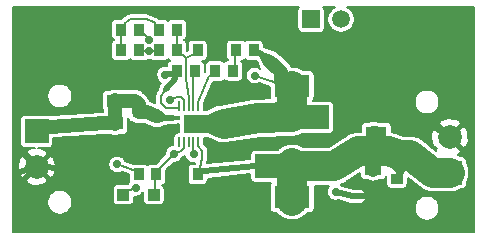
<source format=gtl>
G04 #@! TF.GenerationSoftware,KiCad,Pcbnew,(5.1.5)-1*
G04 #@! TF.CreationDate,2020-06-06T10:03:48+02:00*
G04 #@! TF.ProjectId,MP8765,4d503837-3635-42e6-9b69-6361645f7063,rev?*
G04 #@! TF.SameCoordinates,PXe9a6740PY8f0d180*
G04 #@! TF.FileFunction,Copper,L1,Top*
G04 #@! TF.FilePolarity,Positive*
%FSLAX45Y45*%
G04 Gerber Fmt 4.5, Leading zero omitted, Abs format (unit mm)*
G04 Created by KiCad (PCBNEW (5.1.5)-1) date 2020-06-06 10:03:48*
%MOMM*%
%LPD*%
G04 APERTURE LIST*
%ADD10C,0.500000*%
%ADD11R,0.900000X1.000000*%
%ADD12R,1.400000X1.100000*%
%ADD13C,5.000000*%
%ADD14C,0.500000*%
%ADD15R,6.300000X2.000000*%
%ADD16R,1.000000X0.900000*%
%ADD17R,1.800000X1.100000*%
%ADD18R,3.000000X1.900000*%
%ADD19R,1.000000X1.000000*%
%ADD20C,2.000000*%
%ADD21R,2.000000X2.000000*%
%ADD22R,1.500000X1.500000*%
%ADD23C,1.500000*%
%ADD24R,0.650000X0.300000*%
%ADD25O,1.300000X0.300000*%
%ADD26O,0.200000X0.900000*%
%ADD27R,1.300000X0.300000*%
%ADD28R,2.400000X1.600000*%
%ADD29C,0.700000*%
%ADD30C,0.200000*%
%ADD31C,1.200000*%
%ADD32C,2.500000*%
G04 APERTURE END LIST*
D10*
X-11525000Y8350000D02*
X-11575000Y8350000D01*
D11*
X-13037500Y8537500D03*
X-12887500Y8537500D03*
D12*
X-13587500Y9367500D03*
X-13587500Y9157500D03*
X-11400000Y8370000D03*
X-11400000Y8580000D03*
D13*
X-14200000Y9700000D03*
X-10800000Y9700000D03*
D14*
X-11525000Y8350000D03*
X-11575000Y8350000D03*
D15*
X-12087500Y8605000D03*
X-12087500Y9020000D03*
D12*
X-13587500Y8967500D03*
X-13587500Y8757500D03*
D16*
X-13387500Y9062500D03*
X-13387500Y8912500D03*
D11*
X-12912500Y9412500D03*
X-13062500Y9412500D03*
X-12412500Y9587500D03*
X-12562500Y9587500D03*
X-13537500Y9587500D03*
X-13387500Y9587500D03*
D17*
X-11375000Y8885000D03*
X-11375000Y9215000D03*
D18*
X-12087500Y9282500D03*
X-12087500Y8342500D03*
D11*
X-13237500Y8537500D03*
X-13387500Y8537500D03*
X-12737500Y9412500D03*
X-12587500Y9412500D03*
X-12887500Y9587500D03*
X-12737500Y9587500D03*
X-13212500Y9587500D03*
X-13062500Y9587500D03*
X-13387500Y9762500D03*
X-13537500Y9762500D03*
X-13062500Y9762500D03*
X-13212500Y9762500D03*
D19*
X-13257500Y8362500D03*
X-13517500Y8362500D03*
D20*
X-14250000Y8600000D03*
D21*
X-14250000Y8900000D03*
X-10750000Y8550000D03*
D20*
X-10750000Y8850000D03*
D22*
X-11927000Y9850000D03*
D23*
X-11673000Y9850000D03*
D16*
X-11200000Y8500000D03*
X-11200000Y8350000D03*
D24*
X-12962500Y8979000D03*
X-12962500Y8919000D03*
D25*
X-12827500Y8980000D03*
X-12827500Y8910000D03*
D26*
X-12962500Y8807500D03*
D25*
X-13097500Y8945000D03*
D27*
X-13097500Y9015000D03*
D26*
X-13002500Y8807500D03*
X-13042500Y8807500D03*
X-12922500Y8807500D03*
X-12882500Y8807500D03*
X-12882500Y9112500D03*
X-12922500Y9112500D03*
X-13042500Y9112500D03*
X-13002500Y9112500D03*
X-12962500Y9112500D03*
D28*
X-12882500Y8962500D03*
D29*
X-13400000Y8750000D03*
X-13425000Y9300000D03*
X-12675000Y9200000D03*
X-12525000Y8775000D03*
X-11875000Y8825000D03*
X-11350000Y9650000D03*
X-11665050Y9388970D03*
X-12500000Y8375000D03*
X-12875000Y8325000D03*
X-14425000Y9000000D03*
X-14425000Y9400000D03*
X-13775000Y9925000D03*
X-12125000Y9925000D03*
X-12675000Y9925000D03*
X-13275000Y9925000D03*
X-11475000Y9925000D03*
X-10575000Y9375000D03*
X-10575000Y8850000D03*
X-10575000Y8400000D03*
X-10575000Y8075000D03*
X-11225000Y8075000D03*
X-11950000Y8075000D03*
X-12600000Y8075000D03*
X-13150000Y8075000D03*
X-13850000Y8075000D03*
X-14425000Y8075000D03*
X-14425000Y8550000D03*
X-13568350Y8621220D03*
X-12404370Y9373330D03*
X-13300960Y9676130D03*
X-11719350Y8388490D03*
X-13162510Y9380030D03*
X-12922350Y8705330D03*
X-13295040Y9577830D03*
X-13087330Y8711150D03*
X-13412490Y8422460D03*
X-13121390Y9169990D03*
D30*
X-13163700Y8933580D02*
X-13195870Y8927580D01*
X-13163700Y8933580D02*
X-13180150Y8905300D01*
D10*
X-14200000Y9700000D02*
X-13775000Y9925000D01*
X-11525000Y8350000D02*
X-11470000Y8350000D01*
X-11470000Y8350000D02*
X-11445000Y8350000D01*
X-11445000Y8350000D02*
X-11400000Y8370000D01*
X-14200000Y9700000D02*
X-14425000Y9400000D01*
X-13587500Y8757500D02*
X-13542500Y8750000D01*
X-13542500Y8750000D02*
X-13517500Y8750000D01*
X-13517500Y8750000D02*
X-13400000Y8750000D01*
X-13150000Y8075000D02*
X-12600000Y8075000D01*
X-11225000Y8075000D02*
X-11355000Y8304640D01*
X-11355000Y8304640D02*
X-11355000Y8315000D01*
X-11355000Y8315000D02*
X-11355000Y8340000D01*
X-11355000Y8340000D02*
X-11400000Y8370000D01*
D30*
X-13097500Y8945000D02*
X-13147500Y8945000D01*
X-13147500Y8945000D02*
X-13193120Y8912840D01*
D10*
X-10575000Y9375000D02*
X-10800000Y9700000D01*
X-13587500Y9367500D02*
X-13542500Y9337500D01*
X-13542500Y9337500D02*
X-13517500Y9337500D01*
X-13517500Y9337500D02*
X-13507140Y9337500D01*
X-13507140Y9337500D02*
X-13425000Y9300000D01*
X-10800000Y9700000D02*
X-11475000Y9925000D01*
X-13400000Y8750000D02*
X-13400000Y8867500D01*
X-13400000Y8867500D02*
X-13400000Y8892500D01*
X-13400000Y8892500D02*
X-13387500Y8912500D01*
X-14425000Y9000000D02*
X-14405010Y8777210D01*
X-14405010Y8777210D02*
X-14250000Y8600000D01*
X-10575000Y8400000D02*
X-10575000Y8850000D01*
X-11375000Y9215000D02*
X-11310000Y9245000D01*
X-11310000Y9245000D02*
X-11285000Y9245000D01*
X-11285000Y9245000D02*
X-11274640Y9245000D01*
X-11274640Y9245000D02*
X-10800000Y9700000D01*
X-12675000Y9925000D02*
X-12125000Y9925000D01*
X-10750000Y8850000D02*
X-11274640Y9185000D01*
X-11274640Y9185000D02*
X-11285000Y9185000D01*
X-11285000Y9185000D02*
X-11310000Y9185000D01*
X-11310000Y9185000D02*
X-11375000Y9215000D01*
X-14250000Y8600000D02*
X-14425000Y8550000D01*
X-14425000Y9400000D02*
X-14425000Y9000000D01*
X-11950000Y8075000D02*
X-11225000Y8075000D01*
X-14425000Y8075000D02*
X-13850000Y8075000D01*
X-12737500Y9587500D02*
X-12717500Y9612500D01*
X-12717500Y9612500D02*
X-12717500Y9637500D01*
X-12717500Y9637500D02*
X-12717500Y9647860D01*
X-12717500Y9647860D02*
X-12702860Y9662500D01*
X-12702860Y9662500D02*
X-12630290Y9692510D01*
X-12630290Y9692510D02*
X-12584710Y9692510D01*
X-12584710Y9692510D02*
X-12344710Y9692510D01*
X-12344710Y9692510D02*
X-11665050Y9388970D01*
X-12737500Y9587500D02*
X-12757500Y9612500D01*
X-12757500Y9612500D02*
X-12757500Y9637500D01*
X-12757500Y9637500D02*
X-12757500Y9647860D01*
X-12757500Y9647860D02*
X-12772140Y9662500D01*
X-12772140Y9662500D02*
X-12994710Y9867510D01*
X-12994710Y9867510D02*
X-13275000Y9925000D01*
X-13275000Y9925000D02*
X-13775000Y9925000D01*
X-11400000Y8370000D02*
X-11355000Y8360000D01*
X-11355000Y8360000D02*
X-11330000Y8360000D01*
X-11330000Y8360000D02*
X-11250000Y8360000D01*
X-11250000Y8360000D02*
X-11225000Y8360000D01*
X-11225000Y8360000D02*
X-11200000Y8350000D01*
X-13037500Y8537500D02*
X-13057500Y8512500D01*
X-13057500Y8512500D02*
X-13057500Y8487500D01*
X-13057500Y8487500D02*
X-13057500Y8477140D01*
X-13057500Y8477140D02*
X-13152490Y8289710D01*
X-13152490Y8289710D02*
X-13184710Y8257490D01*
X-13184710Y8257490D02*
X-13230290Y8257490D01*
X-13230290Y8257490D02*
X-13590290Y8257490D01*
X-13590290Y8257490D02*
X-13622510Y8289710D01*
X-13622510Y8289710D02*
X-13766940Y8577900D01*
X-14250000Y8600000D02*
X-13766940Y8577900D01*
X-10575000Y8075000D02*
X-10575000Y8400000D01*
X-13587500Y9367500D02*
X-13632500Y9397500D01*
X-13632500Y9397500D02*
X-13657500Y9397500D01*
X-13657500Y9397500D02*
X-13667860Y9397500D01*
X-13667860Y9397500D02*
X-14200000Y9700000D01*
X-13387500Y8912500D02*
X-13362500Y8912840D01*
X-13362500Y8912840D02*
X-13337500Y8912840D01*
X-13337500Y8912840D02*
X-13193120Y8912840D01*
X-13766940Y8577900D02*
X-13682500Y8712860D01*
X-13682500Y8712860D02*
X-13667860Y8727500D01*
X-13667860Y8727500D02*
X-13657500Y8727500D01*
X-13657500Y8727500D02*
X-13632500Y8727500D01*
X-13632500Y8727500D02*
X-13587500Y8757500D01*
X-12600000Y8075000D02*
X-12875000Y8325000D01*
X-11665050Y9388970D02*
X-11475360Y9245000D01*
X-11475360Y9245000D02*
X-11465000Y9245000D01*
X-11465000Y9245000D02*
X-11440000Y9245000D01*
X-11440000Y9245000D02*
X-11375000Y9215000D01*
X-13168710Y9015000D02*
X-13214770Y9054450D01*
X-13168710Y9015000D02*
X-13225910Y8994850D01*
D31*
X-14250000Y8900000D02*
X-14210000Y8940000D01*
X-14210000Y8940000D02*
X-14150000Y8940000D01*
X-14150000Y8940000D02*
X-14125150Y8940000D01*
X-14125150Y8940000D02*
X-13680280Y8967500D01*
X-13680280Y8967500D02*
X-13657500Y8967500D01*
X-13657500Y8967500D02*
X-13587500Y8967500D01*
X-13387500Y9062500D02*
X-13337500Y9062500D01*
X-13337500Y9062500D02*
X-13318860Y9062500D01*
X-13318860Y9062500D02*
X-13237540Y9027870D01*
X-13587500Y9157500D02*
X-13587500Y9162500D01*
X-13587500Y9162500D02*
X-13587500Y9102500D01*
X-13587500Y9102500D02*
X-13587500Y9022500D01*
X-13587500Y9022500D02*
X-13587500Y8962500D01*
X-13587500Y8962500D02*
X-13587500Y8967500D01*
X-13587500Y9157500D02*
X-13517500Y9157500D01*
X-13517500Y9157500D02*
X-13416790Y9157500D01*
X-13416790Y9157500D02*
X-13387500Y9128210D01*
X-13387500Y9128210D02*
X-13387500Y9107500D01*
X-13387500Y9107500D02*
X-13387500Y9062500D01*
D10*
X-13237540Y9027870D02*
X-13168710Y9015000D01*
X-13168710Y9015000D02*
X-13162500Y9015000D01*
X-13162500Y9015000D02*
X-13097500Y9015000D01*
D30*
X-13387500Y8537500D02*
X-13422500Y8577500D01*
X-13422500Y8577500D02*
X-13432500Y8577500D01*
X-13432500Y8577500D02*
X-13436640Y8577500D01*
X-13436640Y8577500D02*
X-13568350Y8621220D01*
X-12922500Y9112500D02*
X-12922500Y9147500D01*
X-12922500Y9147500D02*
X-12922500Y9362500D01*
X-12922500Y9362500D02*
X-12922500Y9372500D01*
X-12922500Y9372500D02*
X-12912500Y9412500D01*
X-12587500Y9412500D02*
X-12575000Y9452500D01*
X-12575000Y9452500D02*
X-12575000Y9462500D01*
X-12575000Y9462500D02*
X-12575000Y9537500D01*
X-12575000Y9537500D02*
X-12575000Y9547500D01*
X-12575000Y9547500D02*
X-12562500Y9587500D01*
X-12829000Y8971010D02*
X-12860540Y8993410D01*
X-12829000Y8971010D02*
X-12852040Y8939930D01*
D31*
X-12823530Y8964490D02*
X-12694140Y8906450D01*
X-12823530Y8964490D02*
X-12695100Y9024630D01*
D10*
X-12338670Y9546170D02*
X-12307730Y9476360D01*
X-12338670Y9546170D02*
X-12265590Y9524040D01*
D30*
X-12882500Y8962500D02*
X-12829000Y8971010D01*
D32*
X-12087500Y9020000D02*
X-12377070Y9013250D01*
X-12377070Y9013250D02*
X-12667540Y8965760D01*
X-12087500Y9282500D02*
X-12087500Y9247500D01*
X-12087500Y9247500D02*
X-12087500Y9187500D01*
X-12087500Y9187500D02*
X-12087500Y9120000D01*
X-12087500Y9120000D02*
X-12087500Y9060000D01*
X-12087500Y9060000D02*
X-12087500Y9020000D01*
D31*
X-12667540Y8965760D02*
X-12837910Y8964370D01*
X-12837910Y8964370D02*
X-12882500Y8962500D01*
D30*
X-12829000Y8971010D02*
X-12772500Y8980000D01*
X-12772500Y8980000D02*
X-12762500Y8980000D01*
X-12762500Y8980000D02*
X-12777500Y8980000D01*
X-12777500Y8980000D02*
X-12827500Y8980000D01*
X-12827500Y8980000D02*
X-12877500Y8980000D01*
X-12877500Y8980000D02*
X-12882500Y8962500D01*
D10*
X-12275730Y9490540D02*
X-12357140Y9562500D01*
X-12357140Y9562500D02*
X-12367500Y9562500D01*
X-12367500Y9562500D02*
X-12392500Y9562500D01*
X-12392500Y9562500D02*
X-12412500Y9587500D01*
D31*
X-12087500Y9282500D02*
X-12177500Y9317500D01*
X-12177500Y9317500D02*
X-12177500Y9377500D01*
X-12177500Y9377500D02*
X-12177500Y9402350D01*
X-12177500Y9402350D02*
X-12212650Y9437500D01*
X-12212650Y9437500D02*
X-12275730Y9490540D01*
D30*
X-12827500Y8910000D02*
X-12827960Y8910000D01*
X-12827960Y8910000D02*
X-12827960Y8964450D01*
X-13387500Y9762500D02*
X-13352500Y9722500D01*
X-13352500Y9722500D02*
X-13342500Y9722500D01*
X-13342500Y9722500D02*
X-13338360Y9722500D01*
X-13338360Y9722500D02*
X-13332500Y9716640D01*
X-13332500Y9716640D02*
X-13300960Y9676130D01*
X-12404370Y9373330D02*
X-12237500Y9317500D01*
X-12237500Y9317500D02*
X-12227500Y9317500D01*
X-12227500Y9317500D02*
X-12087500Y9282500D01*
X-13175630Y9230570D02*
X-13147360Y9247050D01*
X-13175630Y9230570D02*
X-13169660Y9262750D01*
D10*
X-13062500Y9412500D02*
X-13082500Y9387500D01*
X-13082500Y9387500D02*
X-13107500Y9387500D01*
X-13107500Y9387500D02*
X-13117860Y9387500D01*
X-13117860Y9387500D02*
X-13162510Y9380030D01*
X-11719350Y8388490D02*
X-11575000Y8350000D01*
X-13062500Y9412500D02*
X-13082500Y9387500D01*
X-13082500Y9387500D02*
X-13082500Y9362500D01*
X-13082500Y9362500D02*
X-13082500Y9346890D01*
X-13082500Y9346890D02*
X-13154910Y9260010D01*
D30*
X-12922500Y8807500D02*
X-12922500Y8772500D01*
X-12922500Y8772500D02*
X-12922500Y8745420D01*
X-12922500Y8745420D02*
X-12922350Y8705330D01*
X-13154910Y9260010D02*
X-13196400Y9201060D01*
X-13196400Y9201060D02*
X-13196400Y9138920D01*
X-13196400Y9138920D02*
X-13152460Y9094980D01*
X-13152460Y9094980D02*
X-13042500Y9094980D01*
X-13042500Y9094980D02*
X-13042500Y9112500D01*
D31*
X-11400000Y8830000D02*
X-11451050Y8765240D01*
X-11400000Y8830000D02*
X-11348950Y8765240D01*
X-11400000Y8635000D02*
X-11355010Y8680900D01*
X-11400000Y8635000D02*
X-11444990Y8680900D01*
D10*
X-11175000Y8545000D02*
X-11098600Y8635480D01*
X-11175000Y8545000D02*
X-11251400Y8635480D01*
D32*
X-12087500Y8342500D02*
X-12087500Y8312500D01*
X-12087500Y8312500D02*
X-12087500Y8437500D01*
X-12087500Y8437500D02*
X-12087500Y8505000D01*
X-12087500Y8505000D02*
X-12087500Y8630000D01*
X-12087500Y8630000D02*
X-12087500Y8605000D01*
X-12087500Y8605000D02*
X-11772500Y8605000D01*
X-11772500Y8605000D02*
X-11731080Y8605000D01*
X-11731080Y8605000D02*
X-11537190Y8728650D01*
X-11537190Y8728650D02*
X-11527890Y8732500D01*
X-11527890Y8732500D02*
X-11510390Y8732500D01*
X-11510390Y8732500D02*
X-11429610Y8732500D01*
X-11429610Y8732500D02*
X-11400000Y8725000D01*
D31*
X-11375000Y8885000D02*
X-11400000Y8890000D01*
X-11400000Y8890000D02*
X-11400000Y8830000D01*
X-11400000Y8830000D02*
X-11400000Y8725000D01*
X-11400000Y8725000D02*
X-11400000Y8635000D01*
X-11400000Y8635000D02*
X-11400000Y8575000D01*
X-11400000Y8575000D02*
X-11400000Y8580000D01*
D32*
X-11400000Y8725000D02*
X-11370390Y8732500D01*
X-11370390Y8732500D02*
X-11289610Y8732500D01*
X-11289610Y8732500D02*
X-11272110Y8732500D01*
X-11272110Y8732500D02*
X-11175000Y8700000D01*
D10*
X-12887500Y8537500D02*
X-12867500Y8562500D01*
X-12867500Y8562500D02*
X-12842500Y8562500D01*
X-12842500Y8562500D02*
X-12832140Y8562500D01*
X-12832140Y8562500D02*
X-12402500Y8605000D01*
X-12402500Y8605000D02*
X-12087500Y8605000D01*
D30*
X-12882500Y8807500D02*
X-12882500Y8772500D01*
X-12882500Y8772500D02*
X-12847490Y8737350D01*
X-12847490Y8737350D02*
X-12847490Y8675210D01*
X-12847490Y8675210D02*
X-12867500Y8587500D01*
X-12867500Y8587500D02*
X-12867500Y8577500D01*
X-12867500Y8577500D02*
X-12887500Y8537500D01*
D32*
X-11175000Y8700000D02*
X-11116610Y8700010D01*
X-11116610Y8700010D02*
X-11091610Y8700010D01*
X-11091610Y8700010D02*
X-11081390Y8695780D01*
X-11081390Y8695780D02*
X-10891420Y8550000D01*
X-10891420Y8550000D02*
X-10850000Y8550000D01*
X-10850000Y8550000D02*
X-10750000Y8550000D01*
D10*
X-11175000Y8700000D02*
X-11175000Y8545000D01*
X-11175000Y8545000D02*
X-11175000Y8520000D01*
X-11175000Y8520000D02*
X-11200000Y8500000D01*
D30*
X-13295040Y9577830D02*
X-13257500Y9577830D01*
X-13257500Y9577830D02*
X-13247500Y9577830D01*
X-13247500Y9577830D02*
X-13212500Y9587500D01*
X-13387500Y9587500D02*
X-13352500Y9577830D01*
X-13352500Y9577830D02*
X-13342500Y9577830D01*
X-13342500Y9577830D02*
X-13295040Y9577830D01*
X-13257500Y8362500D02*
X-13247500Y8402500D01*
X-13247500Y8402500D02*
X-13247500Y8412500D01*
X-13247500Y8412500D02*
X-13247500Y8487500D01*
X-13247500Y8487500D02*
X-13247500Y8497500D01*
X-13247500Y8497500D02*
X-13237500Y8537500D01*
X-13087330Y8711150D02*
X-13025930Y8732500D01*
X-13025930Y8732500D02*
X-13002500Y8755930D01*
X-13002500Y8755930D02*
X-13002500Y8772500D01*
X-13002500Y8772500D02*
X-13002500Y8807500D01*
X-13237500Y8537500D02*
X-13202500Y8577500D01*
X-13202500Y8577500D02*
X-13202500Y8587500D01*
X-13202500Y8587500D02*
X-13202500Y8591640D01*
X-13202500Y8591640D02*
X-13087330Y8711150D01*
X-13537500Y9762500D02*
X-13502500Y9802500D01*
X-13502500Y9802500D02*
X-13502500Y9812500D01*
X-13502500Y9812500D02*
X-13502500Y9816640D01*
X-13502500Y9816640D02*
X-13496640Y9822500D01*
X-13496640Y9822500D02*
X-13449070Y9852510D01*
X-13449070Y9852510D02*
X-13415930Y9852510D01*
X-13415930Y9852510D02*
X-13325930Y9852510D01*
X-13325930Y9852510D02*
X-13253360Y9822500D01*
X-13253360Y9822500D02*
X-13247500Y9816640D01*
X-13247500Y9816640D02*
X-13247500Y9812500D01*
X-13247500Y9812500D02*
X-13247500Y9802500D01*
X-13247500Y9802500D02*
X-13212500Y9762500D01*
X-13537500Y9587500D02*
X-13537500Y9627500D01*
X-13537500Y9627500D02*
X-13537500Y9637500D01*
X-13537500Y9637500D02*
X-13537500Y9712500D01*
X-13537500Y9712500D02*
X-13537500Y9722500D01*
X-13537500Y9722500D02*
X-13537500Y9762500D01*
X-12882500Y9112500D02*
X-12882500Y9147500D01*
X-12882500Y9147500D02*
X-12792500Y9366640D01*
X-12792500Y9366640D02*
X-12786640Y9372500D01*
X-12786640Y9372500D02*
X-12782500Y9372500D01*
X-12782500Y9372500D02*
X-12772500Y9372500D01*
X-12772500Y9372500D02*
X-12737500Y9412500D01*
X-12962500Y9112500D02*
X-12962500Y9147500D01*
X-12962500Y9147500D02*
X-12962500Y9180640D01*
X-12962500Y9180640D02*
X-12987510Y9345930D01*
X-12987510Y9345930D02*
X-12987510Y9379070D01*
X-12987510Y9379070D02*
X-12987510Y9479070D01*
X-12987510Y9479070D02*
X-12982330Y9522930D01*
X-12982330Y9522930D02*
X-12982330Y9525170D01*
X-13062500Y9587500D02*
X-13062500Y9627500D01*
X-13062500Y9627500D02*
X-13062500Y9637500D01*
X-13062500Y9637500D02*
X-13062500Y9712500D01*
X-13062500Y9712500D02*
X-13062500Y9722500D01*
X-13062500Y9722500D02*
X-13062500Y9762500D01*
X-12982330Y9525170D02*
X-12936640Y9547500D01*
X-12936640Y9547500D02*
X-12932500Y9547500D01*
X-12932500Y9547500D02*
X-12922500Y9547500D01*
X-12922500Y9547500D02*
X-12887500Y9587500D01*
X-12982330Y9525170D02*
X-13013360Y9547500D01*
X-13013360Y9547500D02*
X-13017500Y9547500D01*
X-13017500Y9547500D02*
X-13027500Y9547500D01*
X-13027500Y9547500D02*
X-13062500Y9587500D01*
X-13002500Y9112500D02*
X-13002500Y9147500D01*
X-13002500Y9147500D02*
X-13002500Y9164070D01*
X-13002500Y9164070D02*
X-13025930Y9187500D01*
X-13025930Y9187500D02*
X-13059070Y9187500D01*
X-13059070Y9187500D02*
X-13121390Y9169990D01*
X-13517500Y8362500D02*
X-13477500Y8402500D01*
X-13477500Y8402500D02*
X-13467500Y8402500D01*
X-13467500Y8402500D02*
X-13463360Y8402500D01*
X-13463360Y8402500D02*
X-13412490Y8422460D01*
G36*
X-12035420Y9947330D02*
G01*
X-12039134Y9940381D01*
X-12041421Y9932841D01*
X-12042193Y9925000D01*
X-12042193Y9775000D01*
X-12041421Y9767159D01*
X-12039134Y9759619D01*
X-12035420Y9752670D01*
X-12030421Y9746579D01*
X-12024330Y9741580D01*
X-12017381Y9737866D01*
X-12009841Y9735579D01*
X-12002000Y9734807D01*
X-11852000Y9734807D01*
X-11844159Y9735579D01*
X-11836619Y9737866D01*
X-11829670Y9741580D01*
X-11823579Y9746579D01*
X-11818580Y9752670D01*
X-11814866Y9759619D01*
X-11812579Y9767159D01*
X-11811806Y9775000D01*
X-11811806Y9925000D01*
X-11812579Y9932841D01*
X-11814866Y9940381D01*
X-11818580Y9947330D01*
X-11822823Y9952500D01*
X-11726052Y9952500D01*
X-11727473Y9951912D01*
X-11746308Y9939326D01*
X-11762326Y9923308D01*
X-11774912Y9904473D01*
X-11783581Y9883544D01*
X-11788000Y9861327D01*
X-11788000Y9838674D01*
X-11783581Y9816456D01*
X-11774912Y9795527D01*
X-11762326Y9776692D01*
X-11746308Y9760674D01*
X-11727473Y9748088D01*
X-11706544Y9739419D01*
X-11684326Y9735000D01*
X-11661673Y9735000D01*
X-11639456Y9739419D01*
X-11618527Y9748088D01*
X-11599692Y9760674D01*
X-11583674Y9776692D01*
X-11571088Y9795527D01*
X-11562419Y9816456D01*
X-11558000Y9838674D01*
X-11558000Y9861327D01*
X-11562419Y9883544D01*
X-11571088Y9904473D01*
X-11583674Y9923308D01*
X-11599692Y9939326D01*
X-11618527Y9951912D01*
X-11619948Y9952500D01*
X-10547500Y9952500D01*
X-10547500Y8047500D01*
X-14452500Y8047500D01*
X-14452500Y8310342D01*
X-14159000Y8310342D01*
X-14159000Y8289658D01*
X-14154965Y8269373D01*
X-14147050Y8250264D01*
X-14135559Y8233066D01*
X-14120934Y8218441D01*
X-14103736Y8206950D01*
X-14084627Y8199035D01*
X-14064342Y8195000D01*
X-14043658Y8195000D01*
X-14023373Y8199035D01*
X-14004264Y8206950D01*
X-13987066Y8218441D01*
X-13972441Y8233066D01*
X-13960950Y8250264D01*
X-13953035Y8269373D01*
X-13949000Y8289658D01*
X-13949000Y8310342D01*
X-13953035Y8330627D01*
X-13960950Y8349736D01*
X-13972441Y8366934D01*
X-13987066Y8381559D01*
X-14004264Y8393050D01*
X-14023373Y8400965D01*
X-14043658Y8405000D01*
X-14064342Y8405000D01*
X-14084627Y8400965D01*
X-14103736Y8393050D01*
X-14120934Y8381559D01*
X-14135559Y8366934D01*
X-14147050Y8349736D01*
X-14154965Y8330627D01*
X-14159000Y8310342D01*
X-14452500Y8310342D01*
X-14452500Y8486863D01*
X-14341924Y8486863D01*
X-14331953Y8461682D01*
X-14303394Y8448351D01*
X-14272783Y8440848D01*
X-14241296Y8439462D01*
X-14210144Y8444245D01*
X-14180523Y8455013D01*
X-14168047Y8461682D01*
X-14158076Y8486863D01*
X-14250000Y8578787D01*
X-14341924Y8486863D01*
X-14452500Y8486863D01*
X-14452500Y8591296D01*
X-14410538Y8591296D01*
X-14405755Y8560144D01*
X-14394987Y8530523D01*
X-14388318Y8518047D01*
X-14363137Y8508076D01*
X-14271213Y8600000D01*
X-14228787Y8600000D01*
X-14136863Y8508076D01*
X-14111682Y8518047D01*
X-14098351Y8546606D01*
X-14090848Y8577217D01*
X-14089462Y8608704D01*
X-14094244Y8639856D01*
X-14105013Y8669477D01*
X-14111682Y8681953D01*
X-14136863Y8691924D01*
X-14228787Y8600000D01*
X-14271213Y8600000D01*
X-14363137Y8691924D01*
X-14388318Y8681953D01*
X-14401649Y8653394D01*
X-14409152Y8622783D01*
X-14410538Y8591296D01*
X-14452500Y8591296D01*
X-14452500Y9000000D01*
X-14390193Y9000000D01*
X-14390193Y8800000D01*
X-14389421Y8792159D01*
X-14387134Y8784619D01*
X-14383420Y8777670D01*
X-14378421Y8771579D01*
X-14372330Y8766580D01*
X-14365381Y8762866D01*
X-14357841Y8760579D01*
X-14350000Y8759807D01*
X-14263470Y8759807D01*
X-14289856Y8755756D01*
X-14319477Y8744987D01*
X-14331953Y8738318D01*
X-14341924Y8713137D01*
X-14250000Y8621213D01*
X-14158076Y8713137D01*
X-14168047Y8738318D01*
X-14196606Y8751649D01*
X-14227217Y8759152D01*
X-14242086Y8759807D01*
X-14150000Y8759807D01*
X-14142159Y8760579D01*
X-14134619Y8762866D01*
X-14127670Y8766580D01*
X-14121579Y8771579D01*
X-14116580Y8777670D01*
X-14112866Y8784619D01*
X-14110579Y8792159D01*
X-14109806Y8800000D01*
X-14109806Y8840758D01*
X-13677193Y8867500D01*
X-13618816Y8867500D01*
X-13607103Y8863947D01*
X-13587500Y8862016D01*
X-13567897Y8863947D01*
X-13549046Y8869665D01*
X-13544105Y8872307D01*
X-13517500Y8872307D01*
X-13509659Y8873079D01*
X-13502119Y8875366D01*
X-13495170Y8879080D01*
X-13489079Y8884079D01*
X-13484080Y8890170D01*
X-13480366Y8897119D01*
X-13478079Y8904659D01*
X-13477306Y8912500D01*
X-13477306Y9013571D01*
X-13476921Y9009659D01*
X-13474634Y9002119D01*
X-13470920Y8995170D01*
X-13465921Y8989079D01*
X-13459830Y8984080D01*
X-13452881Y8980366D01*
X-13445341Y8978079D01*
X-13440871Y8977639D01*
X-13425953Y8969665D01*
X-13407103Y8963947D01*
X-13392412Y8962500D01*
X-13387500Y8962016D01*
X-13382588Y8962500D01*
X-13339266Y8962500D01*
X-13272201Y8933941D01*
X-13258117Y8929516D01*
X-13238534Y8927391D01*
X-13218912Y8929128D01*
X-13208091Y8932294D01*
X-13207325Y8932482D01*
X-13206718Y8932696D01*
X-13200007Y8934659D01*
X-13197644Y8935892D01*
X-13157596Y8950000D01*
X-13094307Y8950000D01*
X-13084758Y8950941D01*
X-13072505Y8954657D01*
X-13062872Y8959807D01*
X-13042693Y8959807D01*
X-13042693Y8892723D01*
X-13052302Y8891777D01*
X-13061727Y8888918D01*
X-13070413Y8884275D01*
X-13078026Y8878026D01*
X-13084274Y8870413D01*
X-13088917Y8861727D01*
X-13091776Y8852302D01*
X-13092500Y8844956D01*
X-13092500Y8786150D01*
X-13094717Y8786150D01*
X-13109207Y8783268D01*
X-13122856Y8777614D01*
X-13135140Y8769406D01*
X-13145586Y8758960D01*
X-13153794Y8746676D01*
X-13159448Y8733027D01*
X-13162330Y8718537D01*
X-13162330Y8705379D01*
X-13236477Y8628438D01*
X-13237384Y8627694D01*
X-13282500Y8627694D01*
X-13290341Y8626921D01*
X-13297881Y8624634D01*
X-13304830Y8620920D01*
X-13310921Y8615921D01*
X-13312500Y8613997D01*
X-13314079Y8615921D01*
X-13320170Y8620920D01*
X-13327119Y8624634D01*
X-13334659Y8626921D01*
X-13342500Y8627694D01*
X-13429142Y8627694D01*
X-13499530Y8651058D01*
X-13501886Y8656746D01*
X-13510094Y8669030D01*
X-13520540Y8679476D01*
X-13532824Y8687684D01*
X-13546473Y8693338D01*
X-13560963Y8696220D01*
X-13575737Y8696220D01*
X-13590227Y8693338D01*
X-13603876Y8687684D01*
X-13616160Y8679476D01*
X-13626606Y8669030D01*
X-13634814Y8656746D01*
X-13640468Y8643097D01*
X-13643350Y8628607D01*
X-13643350Y8613833D01*
X-13640468Y8599343D01*
X-13634814Y8585694D01*
X-13626606Y8573410D01*
X-13616160Y8562964D01*
X-13603876Y8554756D01*
X-13590227Y8549102D01*
X-13575737Y8546220D01*
X-13560963Y8546220D01*
X-13546473Y8549102D01*
X-13532824Y8554756D01*
X-13530835Y8556085D01*
X-13472693Y8536785D01*
X-13472693Y8487500D01*
X-13471921Y8479659D01*
X-13469634Y8472119D01*
X-13469377Y8471639D01*
X-13470746Y8470270D01*
X-13478954Y8457986D01*
X-13481146Y8452694D01*
X-13567500Y8452694D01*
X-13575341Y8451921D01*
X-13582881Y8449634D01*
X-13589830Y8445920D01*
X-13595921Y8440921D01*
X-13600920Y8434830D01*
X-13604634Y8427881D01*
X-13606921Y8420341D01*
X-13607693Y8412500D01*
X-13607693Y8312500D01*
X-13606921Y8304659D01*
X-13604634Y8297119D01*
X-13600920Y8290170D01*
X-13595921Y8284079D01*
X-13589830Y8279080D01*
X-13582881Y8275366D01*
X-13575341Y8273079D01*
X-13567500Y8272306D01*
X-13467500Y8272306D01*
X-13459659Y8273079D01*
X-13452119Y8275366D01*
X-13445170Y8279080D01*
X-13439079Y8284079D01*
X-13434080Y8290170D01*
X-13430366Y8297119D01*
X-13428079Y8304659D01*
X-13427306Y8312500D01*
X-13427306Y8348938D01*
X-13419877Y8347460D01*
X-13405103Y8347460D01*
X-13390613Y8350342D01*
X-13376964Y8355996D01*
X-13364680Y8364204D01*
X-13354234Y8374650D01*
X-13347693Y8384438D01*
X-13347693Y8312500D01*
X-13346921Y8304659D01*
X-13344634Y8297119D01*
X-13340920Y8290170D01*
X-13335921Y8284079D01*
X-13329830Y8279080D01*
X-13322881Y8275366D01*
X-13315341Y8273079D01*
X-13307500Y8272306D01*
X-13207500Y8272306D01*
X-13199659Y8273079D01*
X-13192119Y8275366D01*
X-13185170Y8279080D01*
X-13179079Y8284079D01*
X-13174080Y8290170D01*
X-13170366Y8297119D01*
X-13168079Y8304659D01*
X-13167306Y8312500D01*
X-13167306Y8412500D01*
X-13168079Y8420341D01*
X-13170366Y8427881D01*
X-13174080Y8434830D01*
X-13179079Y8440921D01*
X-13185170Y8445920D01*
X-13188501Y8447700D01*
X-13184659Y8448079D01*
X-13177119Y8450366D01*
X-13170170Y8454080D01*
X-13164079Y8459079D01*
X-13159080Y8465170D01*
X-13155366Y8472119D01*
X-13153079Y8479659D01*
X-13152306Y8487500D01*
X-13152306Y8571670D01*
X-13090168Y8636150D01*
X-13079943Y8636150D01*
X-13065453Y8639032D01*
X-13051804Y8644686D01*
X-13039520Y8652894D01*
X-13029074Y8663340D01*
X-13020866Y8675624D01*
X-13018107Y8682284D01*
X-13010456Y8684944D01*
X-13006703Y8686083D01*
X-13003640Y8687720D01*
X-13000488Y8689176D01*
X-12999306Y8690037D01*
X-12998017Y8690726D01*
X-12996209Y8692209D01*
X-12994468Y8683453D01*
X-12988814Y8669804D01*
X-12980606Y8657520D01*
X-12970160Y8647074D01*
X-12957876Y8638866D01*
X-12944227Y8633212D01*
X-12929737Y8630330D01*
X-12914963Y8630330D01*
X-12908731Y8631570D01*
X-12909615Y8627694D01*
X-12932500Y8627694D01*
X-12940341Y8626921D01*
X-12947881Y8624634D01*
X-12954830Y8620920D01*
X-12960921Y8615921D01*
X-12965920Y8609830D01*
X-12969634Y8602881D01*
X-12971921Y8595341D01*
X-12972693Y8587500D01*
X-12972693Y8487500D01*
X-12971921Y8479659D01*
X-12969634Y8472119D01*
X-12965920Y8465170D01*
X-12960921Y8459079D01*
X-12954830Y8454080D01*
X-12947881Y8450366D01*
X-12940341Y8448079D01*
X-12932500Y8447307D01*
X-12842500Y8447307D01*
X-12834659Y8448079D01*
X-12827119Y8450366D01*
X-12820170Y8454080D01*
X-12814079Y8459079D01*
X-12809080Y8465170D01*
X-12805366Y8472119D01*
X-12803079Y8479659D01*
X-12802306Y8487500D01*
X-12802306Y8500134D01*
X-12442693Y8535707D01*
X-12442693Y8505000D01*
X-12441921Y8497159D01*
X-12439634Y8489619D01*
X-12435920Y8482670D01*
X-12430921Y8476579D01*
X-12424830Y8471580D01*
X-12417881Y8467866D01*
X-12410341Y8465579D01*
X-12402500Y8464807D01*
X-12266836Y8464807D01*
X-12270920Y8459830D01*
X-12274634Y8452881D01*
X-12276921Y8445341D01*
X-12277693Y8437500D01*
X-12277693Y8247500D01*
X-12276921Y8239659D01*
X-12274634Y8232119D01*
X-12270920Y8225170D01*
X-12265921Y8219079D01*
X-12259830Y8214080D01*
X-12252881Y8210366D01*
X-12245341Y8208079D01*
X-12237500Y8207306D01*
X-12214621Y8207306D01*
X-12204737Y8195263D01*
X-12179613Y8174644D01*
X-12150948Y8159322D01*
X-12119846Y8149887D01*
X-12087500Y8146702D01*
X-12055154Y8149887D01*
X-12024052Y8159322D01*
X-11995387Y8174644D01*
X-11970263Y8195263D01*
X-11960379Y8207306D01*
X-11937500Y8207306D01*
X-11929659Y8208079D01*
X-11922119Y8210366D01*
X-11915170Y8214080D01*
X-11909079Y8219079D01*
X-11904080Y8225170D01*
X-11900366Y8232119D01*
X-11898079Y8239659D01*
X-11897306Y8247500D01*
X-11897306Y8260342D01*
X-11051000Y8260342D01*
X-11051000Y8239658D01*
X-11046965Y8219373D01*
X-11039050Y8200264D01*
X-11027559Y8183066D01*
X-11012934Y8168441D01*
X-10995736Y8156950D01*
X-10976627Y8149035D01*
X-10956342Y8145000D01*
X-10935658Y8145000D01*
X-10915373Y8149035D01*
X-10896264Y8156950D01*
X-10879066Y8168441D01*
X-10864441Y8183066D01*
X-10852950Y8200264D01*
X-10845035Y8219373D01*
X-10841000Y8239658D01*
X-10841000Y8260342D01*
X-10845035Y8280627D01*
X-10852950Y8299736D01*
X-10864441Y8316934D01*
X-10879066Y8331559D01*
X-10896264Y8343050D01*
X-10915373Y8350965D01*
X-10935658Y8355000D01*
X-10956342Y8355000D01*
X-10976627Y8350965D01*
X-10995736Y8343050D01*
X-11012934Y8331559D01*
X-11027559Y8316934D01*
X-11039050Y8299736D01*
X-11046965Y8280627D01*
X-11051000Y8260342D01*
X-11897306Y8260342D01*
X-11897306Y8437500D01*
X-11897553Y8440000D01*
X-11773906Y8440000D01*
X-11777606Y8436300D01*
X-11785814Y8424016D01*
X-11791468Y8410367D01*
X-11794350Y8395877D01*
X-11794350Y8381103D01*
X-11791468Y8366613D01*
X-11785814Y8352964D01*
X-11777606Y8340680D01*
X-11767160Y8330234D01*
X-11754876Y8322026D01*
X-11741227Y8316372D01*
X-11726737Y8313490D01*
X-11711963Y8313490D01*
X-11699592Y8315951D01*
X-11595902Y8288302D01*
X-11593960Y8287498D01*
X-11590812Y8286872D01*
X-11587742Y8285940D01*
X-11584549Y8285626D01*
X-11581402Y8285000D01*
X-11580289Y8285000D01*
X-11579192Y8284820D01*
X-11573900Y8285000D01*
X-11521807Y8285000D01*
X-11512258Y8285940D01*
X-11500005Y8289657D01*
X-11488713Y8295693D01*
X-11478816Y8303816D01*
X-11470693Y8313713D01*
X-11464657Y8325005D01*
X-11460940Y8337258D01*
X-11459685Y8350000D01*
X-11460940Y8362742D01*
X-11464657Y8374995D01*
X-11470693Y8386287D01*
X-11478816Y8396184D01*
X-11488713Y8404307D01*
X-11500005Y8410343D01*
X-11512258Y8414060D01*
X-11521807Y8415000D01*
X-11566483Y8415000D01*
X-11666449Y8441655D01*
X-11671540Y8446746D01*
X-11675317Y8449270D01*
X-11670916Y8450503D01*
X-11669332Y8451307D01*
X-11667632Y8451822D01*
X-11654849Y8458655D01*
X-11649194Y8461524D01*
X-11647707Y8462472D01*
X-11638967Y8467144D01*
X-11634036Y8471191D01*
X-11510193Y8550169D01*
X-11510193Y8525000D01*
X-11509421Y8517159D01*
X-11507134Y8509619D01*
X-11503420Y8502670D01*
X-11498421Y8496579D01*
X-11492330Y8491580D01*
X-11485381Y8487866D01*
X-11477841Y8485579D01*
X-11470000Y8484807D01*
X-11443395Y8484807D01*
X-11438453Y8482165D01*
X-11419603Y8476447D01*
X-11400000Y8474516D01*
X-11380397Y8476447D01*
X-11361546Y8482165D01*
X-11356605Y8484807D01*
X-11330000Y8484807D01*
X-11322159Y8485579D01*
X-11314619Y8487866D01*
X-11307670Y8491580D01*
X-11301579Y8496579D01*
X-11296580Y8502670D01*
X-11292866Y8509619D01*
X-11290579Y8517159D01*
X-11290193Y8521071D01*
X-11290193Y8455000D01*
X-11289421Y8447159D01*
X-11287134Y8439619D01*
X-11283420Y8432670D01*
X-11278421Y8426579D01*
X-11272330Y8421580D01*
X-11265381Y8417866D01*
X-11257841Y8415579D01*
X-11250000Y8414807D01*
X-11150000Y8414807D01*
X-11142159Y8415579D01*
X-11134619Y8417866D01*
X-11127670Y8421580D01*
X-11121579Y8426579D01*
X-11116580Y8432670D01*
X-11112866Y8439619D01*
X-11110579Y8447159D01*
X-11109807Y8455000D01*
X-11109807Y8509603D01*
X-10994008Y8420741D01*
X-10983533Y8412144D01*
X-10973966Y8407030D01*
X-10964756Y8401303D01*
X-10959666Y8399387D01*
X-10954868Y8396822D01*
X-10944488Y8393674D01*
X-10934338Y8389853D01*
X-10928971Y8388967D01*
X-10923766Y8387387D01*
X-10912971Y8386324D01*
X-10902270Y8384557D01*
X-10888728Y8385000D01*
X-10741895Y8385000D01*
X-10717654Y8387387D01*
X-10686552Y8396822D01*
X-10662260Y8409807D01*
X-10650000Y8409807D01*
X-10642159Y8410579D01*
X-10634619Y8412866D01*
X-10627670Y8416580D01*
X-10621579Y8421579D01*
X-10616580Y8427670D01*
X-10612866Y8434619D01*
X-10610579Y8442159D01*
X-10609807Y8450000D01*
X-10609807Y8462260D01*
X-10596822Y8486552D01*
X-10587388Y8517654D01*
X-10584202Y8550000D01*
X-10587388Y8582346D01*
X-10596822Y8613448D01*
X-10609807Y8637740D01*
X-10609807Y8650000D01*
X-10610579Y8657841D01*
X-10612866Y8665381D01*
X-10616580Y8672330D01*
X-10621579Y8678421D01*
X-10627670Y8683420D01*
X-10634619Y8687134D01*
X-10642159Y8689421D01*
X-10650000Y8690194D01*
X-10662260Y8690194D01*
X-10686155Y8702966D01*
X-10680523Y8705013D01*
X-10668047Y8711682D01*
X-10658076Y8736863D01*
X-10750000Y8828787D01*
X-10751414Y8827373D01*
X-10772627Y8848586D01*
X-10771213Y8850000D01*
X-10728787Y8850000D01*
X-10636863Y8758076D01*
X-10611682Y8768047D01*
X-10598351Y8796606D01*
X-10590848Y8827217D01*
X-10589462Y8858704D01*
X-10594245Y8889856D01*
X-10605013Y8919477D01*
X-10611682Y8931953D01*
X-10636863Y8941924D01*
X-10728787Y8850000D01*
X-10771213Y8850000D01*
X-10863137Y8941924D01*
X-10888318Y8931953D01*
X-10901649Y8903394D01*
X-10909152Y8872783D01*
X-10910538Y8841296D01*
X-10905756Y8810144D01*
X-10894987Y8780523D01*
X-10888318Y8768047D01*
X-10863138Y8758076D01*
X-10874257Y8746956D01*
X-10865043Y8737742D01*
X-10978820Y8825053D01*
X-10989315Y8833661D01*
X-10998863Y8838761D01*
X-11008054Y8844477D01*
X-11020757Y8849259D01*
X-11020998Y8849359D01*
X-11028162Y8853188D01*
X-11035978Y8855559D01*
X-11035998Y8855567D01*
X-11043481Y8857835D01*
X-11059264Y8862623D01*
X-11059288Y8862625D01*
X-11059309Y8862631D01*
X-11075266Y8864199D01*
X-11083505Y8865010D01*
X-11083528Y8865010D01*
X-11091655Y8865808D01*
X-11099738Y8865010D01*
X-11108520Y8865010D01*
X-11108533Y8865011D01*
X-11116169Y8865010D01*
X-11124715Y8865010D01*
X-11124730Y8865009D01*
X-11148136Y8865005D01*
X-11206576Y8884563D01*
X-11208662Y8885678D01*
X-11221969Y8889714D01*
X-11227430Y8891542D01*
X-11229721Y8892066D01*
X-11239764Y8895113D01*
X-11244806Y8895609D01*
X-11244806Y8940000D01*
X-11245579Y8947841D01*
X-11247866Y8955381D01*
X-11251580Y8962330D01*
X-11252243Y8963137D01*
X-10841924Y8963137D01*
X-10750000Y8871213D01*
X-10658076Y8963137D01*
X-10668047Y8988318D01*
X-10696606Y9001649D01*
X-10727217Y9009152D01*
X-10758704Y9010538D01*
X-10789856Y9005756D01*
X-10819477Y8994987D01*
X-10831953Y8988318D01*
X-10841924Y8963137D01*
X-11252243Y8963137D01*
X-11256579Y8968421D01*
X-11262670Y8973420D01*
X-11269619Y8977134D01*
X-11277159Y8979421D01*
X-11285000Y8980194D01*
X-11344328Y8980194D01*
X-11350572Y8982095D01*
X-11375623Y8987105D01*
X-11380397Y8988553D01*
X-11390203Y8989519D01*
X-11399895Y8990484D01*
X-11399947Y8990479D01*
X-11400000Y8990484D01*
X-11409795Y8989519D01*
X-11419500Y8988573D01*
X-11419551Y8988558D01*
X-11419603Y8988553D01*
X-11429042Y8985690D01*
X-11438356Y8982875D01*
X-11438402Y8982850D01*
X-11438453Y8982835D01*
X-11443395Y8980194D01*
X-11465000Y8980194D01*
X-11472841Y8979421D01*
X-11480381Y8977134D01*
X-11487330Y8973420D01*
X-11493421Y8968421D01*
X-11498420Y8962330D01*
X-11502134Y8955381D01*
X-11504421Y8947841D01*
X-11505193Y8940000D01*
X-11505193Y8897500D01*
X-11519768Y8897500D01*
X-11527857Y8898298D01*
X-11535978Y8897500D01*
X-11535995Y8897500D01*
X-11544238Y8896688D01*
X-11560203Y8895119D01*
X-11560219Y8895114D01*
X-11560236Y8895113D01*
X-11576067Y8890310D01*
X-11583513Y8888053D01*
X-11583528Y8888047D01*
X-11591338Y8885678D01*
X-11594661Y8883902D01*
X-11597354Y8883147D01*
X-11606176Y8878671D01*
X-11607791Y8878003D01*
X-11613401Y8875005D01*
X-11619076Y8872126D01*
X-11620550Y8871186D01*
X-11629275Y8866525D01*
X-11634219Y8862469D01*
X-11779215Y8770000D01*
X-11999398Y8770000D01*
X-12024052Y8783178D01*
X-12055154Y8792613D01*
X-12087500Y8795798D01*
X-12119846Y8792613D01*
X-12150948Y8783178D01*
X-12179613Y8767856D01*
X-12204737Y8747237D01*
X-12206414Y8745194D01*
X-12402500Y8745194D01*
X-12410341Y8744421D01*
X-12417881Y8742134D01*
X-12424830Y8738420D01*
X-12430921Y8733421D01*
X-12435920Y8727330D01*
X-12439634Y8720381D01*
X-12441921Y8712841D01*
X-12442693Y8705000D01*
X-12442693Y8666341D01*
X-12806437Y8630360D01*
X-12799133Y8662376D01*
X-12798213Y8665408D01*
X-12797799Y8669616D01*
X-12797268Y8673806D01*
X-12797490Y8676965D01*
X-12797490Y8734844D01*
X-12797248Y8737250D01*
X-12797490Y8739756D01*
X-12797490Y8739806D01*
X-12797727Y8742214D01*
X-12798194Y8747053D01*
X-12798208Y8747101D01*
X-12798213Y8747152D01*
X-12799633Y8751833D01*
X-12801034Y8756484D01*
X-12801058Y8756529D01*
X-12801072Y8756577D01*
X-12803370Y8760875D01*
X-12805660Y8765180D01*
X-12805692Y8765219D01*
X-12805715Y8765263D01*
X-12808815Y8769040D01*
X-12810331Y8770895D01*
X-12810366Y8770930D01*
X-12811964Y8772876D01*
X-12813833Y8774410D01*
X-12832500Y8793152D01*
X-12832500Y8842307D01*
X-12795477Y8842307D01*
X-12742852Y8818701D01*
X-12736202Y8814848D01*
X-12705441Y8804352D01*
X-12673224Y8800059D01*
X-12648916Y8801614D01*
X-12361762Y8848562D01*
X-12093686Y8854811D01*
X-12087500Y8854202D01*
X-12077478Y8855189D01*
X-12075552Y8855234D01*
X-12069414Y8855983D01*
X-12055154Y8857388D01*
X-12053298Y8857951D01*
X-12051374Y8858186D01*
X-12037767Y8862662D01*
X-12024052Y8866822D01*
X-12022341Y8867737D01*
X-12020499Y8868343D01*
X-12008026Y8875388D01*
X-11999760Y8879807D01*
X-11772500Y8879807D01*
X-11764659Y8880579D01*
X-11757119Y8882866D01*
X-11750170Y8886580D01*
X-11744079Y8891579D01*
X-11739080Y8897670D01*
X-11735366Y8904619D01*
X-11733079Y8912159D01*
X-11732306Y8920000D01*
X-11732306Y9120000D01*
X-11733079Y9127841D01*
X-11735366Y9135381D01*
X-11739080Y9142330D01*
X-11744079Y9148421D01*
X-11750170Y9153420D01*
X-11757119Y9157134D01*
X-11764659Y9159421D01*
X-11772500Y9160194D01*
X-11908164Y9160194D01*
X-11908043Y9160342D01*
X-11051000Y9160342D01*
X-11051000Y9139658D01*
X-11046965Y9119373D01*
X-11039050Y9100264D01*
X-11027559Y9083066D01*
X-11012934Y9068441D01*
X-10995736Y9056950D01*
X-10976627Y9049035D01*
X-10956342Y9045000D01*
X-10935658Y9045000D01*
X-10915373Y9049035D01*
X-10896264Y9056950D01*
X-10879066Y9068441D01*
X-10864441Y9083066D01*
X-10852950Y9100264D01*
X-10845035Y9119373D01*
X-10841000Y9139658D01*
X-10841000Y9160342D01*
X-10845035Y9180627D01*
X-10852950Y9199736D01*
X-10864441Y9216934D01*
X-10879066Y9231559D01*
X-10896264Y9243050D01*
X-10915373Y9250965D01*
X-10935658Y9255000D01*
X-10956342Y9255000D01*
X-10976627Y9250965D01*
X-10995736Y9243050D01*
X-11012934Y9231559D01*
X-11027559Y9216934D01*
X-11039050Y9199736D01*
X-11046965Y9180627D01*
X-11051000Y9160342D01*
X-11908043Y9160342D01*
X-11904080Y9165170D01*
X-11900366Y9172119D01*
X-11898079Y9179659D01*
X-11897306Y9187500D01*
X-11897306Y9377500D01*
X-11898079Y9385341D01*
X-11900366Y9392881D01*
X-11904080Y9399830D01*
X-11909079Y9405921D01*
X-11915170Y9410920D01*
X-11922119Y9414634D01*
X-11929659Y9416921D01*
X-11937500Y9417694D01*
X-11992143Y9417694D01*
X-11995387Y9420356D01*
X-12024052Y9435678D01*
X-12055154Y9445113D01*
X-12087500Y9448298D01*
X-12088613Y9448189D01*
X-12093951Y9458176D01*
X-12106447Y9473403D01*
X-12110264Y9476535D01*
X-12141520Y9507791D01*
X-12144534Y9510878D01*
X-12144991Y9511262D01*
X-12145413Y9511684D01*
X-12148741Y9514415D01*
X-12215133Y9570240D01*
X-12227309Y9578588D01*
X-12245416Y9586342D01*
X-12250843Y9587489D01*
X-12306245Y9604266D01*
X-12310194Y9607757D01*
X-12310956Y9608684D01*
X-12314984Y9611990D01*
X-12316484Y9613316D01*
X-12317451Y9614015D01*
X-12320853Y9616807D01*
X-12322630Y9617757D01*
X-12324262Y9618936D01*
X-12327306Y9620330D01*
X-12327306Y9637500D01*
X-12328079Y9645341D01*
X-12330366Y9652881D01*
X-12334080Y9659830D01*
X-12339079Y9665921D01*
X-12345170Y9670920D01*
X-12352119Y9674634D01*
X-12359659Y9676921D01*
X-12367500Y9677694D01*
X-12457500Y9677694D01*
X-12465341Y9676921D01*
X-12472881Y9674634D01*
X-12479830Y9670920D01*
X-12485921Y9665921D01*
X-12487500Y9663997D01*
X-12489079Y9665921D01*
X-12495170Y9670920D01*
X-12502119Y9674634D01*
X-12509659Y9676921D01*
X-12517500Y9677694D01*
X-12607500Y9677694D01*
X-12615341Y9676921D01*
X-12622881Y9674634D01*
X-12629830Y9670920D01*
X-12635921Y9665921D01*
X-12640920Y9659830D01*
X-12644634Y9652881D01*
X-12646921Y9645341D01*
X-12647693Y9637500D01*
X-12647693Y9537500D01*
X-12646921Y9529659D01*
X-12644634Y9522119D01*
X-12640920Y9515170D01*
X-12635921Y9509079D01*
X-12629830Y9504080D01*
X-12627236Y9502694D01*
X-12632500Y9502694D01*
X-12640341Y9501921D01*
X-12647881Y9499634D01*
X-12654830Y9495920D01*
X-12660921Y9490921D01*
X-12662500Y9488997D01*
X-12664079Y9490921D01*
X-12670170Y9495920D01*
X-12677119Y9499634D01*
X-12684659Y9501921D01*
X-12692500Y9502694D01*
X-12782500Y9502694D01*
X-12790341Y9501921D01*
X-12797881Y9499634D01*
X-12804830Y9495920D01*
X-12810921Y9490921D01*
X-12815920Y9484830D01*
X-12819634Y9477881D01*
X-12821921Y9470341D01*
X-12822693Y9462500D01*
X-12822693Y9407384D01*
X-12823733Y9406118D01*
X-12826171Y9403679D01*
X-12827306Y9402742D01*
X-12827306Y9462500D01*
X-12828079Y9470341D01*
X-12830366Y9477881D01*
X-12834080Y9484830D01*
X-12839079Y9490921D01*
X-12845170Y9495920D01*
X-12847764Y9497307D01*
X-12842500Y9497307D01*
X-12834659Y9498079D01*
X-12827119Y9500366D01*
X-12820170Y9504080D01*
X-12814079Y9509079D01*
X-12809080Y9515170D01*
X-12805366Y9522119D01*
X-12803079Y9529659D01*
X-12802306Y9537500D01*
X-12802306Y9637500D01*
X-12803079Y9645341D01*
X-12805366Y9652881D01*
X-12809080Y9659830D01*
X-12814079Y9665921D01*
X-12820170Y9670920D01*
X-12827119Y9674634D01*
X-12834659Y9676921D01*
X-12842500Y9677694D01*
X-12932500Y9677694D01*
X-12940341Y9676921D01*
X-12947881Y9674634D01*
X-12954830Y9670920D01*
X-12960921Y9665921D01*
X-12965920Y9659830D01*
X-12969634Y9652881D01*
X-12971921Y9645341D01*
X-12972693Y9637500D01*
X-12972693Y9585532D01*
X-12977306Y9583277D01*
X-12977306Y9637500D01*
X-12978079Y9645341D01*
X-12980366Y9652881D01*
X-12984080Y9659830D01*
X-12989079Y9665921D01*
X-12995170Y9670920D01*
X-13002119Y9674634D01*
X-13003325Y9675000D01*
X-13002119Y9675366D01*
X-12995170Y9679080D01*
X-12989079Y9684079D01*
X-12984080Y9690170D01*
X-12980366Y9697119D01*
X-12978079Y9704659D01*
X-12977306Y9712500D01*
X-12977306Y9812500D01*
X-12978079Y9820341D01*
X-12980366Y9827881D01*
X-12984080Y9834830D01*
X-12989079Y9840921D01*
X-12995170Y9845920D01*
X-13002119Y9849634D01*
X-13009659Y9851921D01*
X-13017500Y9852694D01*
X-13107500Y9852694D01*
X-13115341Y9851921D01*
X-13122881Y9849634D01*
X-13129830Y9845920D01*
X-13135921Y9840921D01*
X-13137500Y9838997D01*
X-13139079Y9840921D01*
X-13145170Y9845920D01*
X-13152119Y9849634D01*
X-13159659Y9851921D01*
X-13167500Y9852694D01*
X-13212616Y9852694D01*
X-13213882Y9853733D01*
X-13216278Y9856128D01*
X-13217854Y9858047D01*
X-13221749Y9861240D01*
X-13225447Y9864275D01*
X-13225460Y9864281D01*
X-13225471Y9864291D01*
X-13229838Y9866621D01*
X-13234133Y9868917D01*
X-13236509Y9869638D01*
X-13304539Y9897771D01*
X-13306703Y9898928D01*
X-13309080Y9899648D01*
X-13309092Y9899654D01*
X-13311271Y9900313D01*
X-13316128Y9901787D01*
X-13316143Y9901788D01*
X-13316157Y9901792D01*
X-13320978Y9902264D01*
X-13323474Y9902510D01*
X-13323489Y9902510D01*
X-13325959Y9902752D01*
X-13328400Y9902510D01*
X-13445956Y9902510D01*
X-13447752Y9902735D01*
X-13450867Y9902510D01*
X-13451526Y9902510D01*
X-13453320Y9902333D01*
X-13457575Y9902027D01*
X-13458213Y9901851D01*
X-13458872Y9901787D01*
X-13462958Y9900547D01*
X-13467072Y9899416D01*
X-13467663Y9899120D01*
X-13468297Y9898928D01*
X-13472062Y9896915D01*
X-13473671Y9896109D01*
X-13474226Y9895758D01*
X-13476983Y9894285D01*
X-13478382Y9893136D01*
X-13521797Y9865748D01*
X-13524553Y9864275D01*
X-13527852Y9861567D01*
X-13531222Y9858946D01*
X-13533267Y9856583D01*
X-13536118Y9853733D01*
X-13537384Y9852694D01*
X-13582500Y9852694D01*
X-13590341Y9851921D01*
X-13597881Y9849634D01*
X-13604830Y9845920D01*
X-13610921Y9840921D01*
X-13615920Y9834830D01*
X-13619634Y9827881D01*
X-13621921Y9820341D01*
X-13622693Y9812500D01*
X-13622693Y9712500D01*
X-13621921Y9704659D01*
X-13619634Y9697119D01*
X-13615920Y9690170D01*
X-13610921Y9684079D01*
X-13604830Y9679080D01*
X-13597881Y9675366D01*
X-13596675Y9675000D01*
X-13597881Y9674634D01*
X-13604830Y9670920D01*
X-13610921Y9665921D01*
X-13615920Y9659830D01*
X-13619634Y9652881D01*
X-13621921Y9645341D01*
X-13622693Y9637500D01*
X-13622693Y9537500D01*
X-13621921Y9529659D01*
X-13619634Y9522119D01*
X-13615920Y9515170D01*
X-13610921Y9509079D01*
X-13604830Y9504080D01*
X-13597881Y9500366D01*
X-13590341Y9498079D01*
X-13582500Y9497307D01*
X-13492500Y9497307D01*
X-13484659Y9498079D01*
X-13477119Y9500366D01*
X-13470170Y9504080D01*
X-13464079Y9509079D01*
X-13462500Y9511003D01*
X-13460921Y9509079D01*
X-13454830Y9504080D01*
X-13447881Y9500366D01*
X-13440341Y9498079D01*
X-13432500Y9497307D01*
X-13342500Y9497307D01*
X-13334659Y9498079D01*
X-13327119Y9500366D01*
X-13320170Y9504080D01*
X-13317757Y9506060D01*
X-13316917Y9505712D01*
X-13302427Y9502830D01*
X-13287653Y9502830D01*
X-13280130Y9504326D01*
X-13279830Y9504080D01*
X-13272881Y9500366D01*
X-13265341Y9498079D01*
X-13257500Y9497307D01*
X-13167500Y9497307D01*
X-13159659Y9498079D01*
X-13152119Y9500366D01*
X-13145170Y9504080D01*
X-13139079Y9509079D01*
X-13137500Y9511003D01*
X-13135921Y9509079D01*
X-13129830Y9504080D01*
X-13122881Y9500366D01*
X-13121675Y9500000D01*
X-13122881Y9499634D01*
X-13129830Y9495920D01*
X-13135921Y9490921D01*
X-13140920Y9484830D01*
X-13144634Y9477881D01*
X-13146921Y9470341D01*
X-13147693Y9462500D01*
X-13147693Y9453552D01*
X-13155123Y9455030D01*
X-13169897Y9455030D01*
X-13184387Y9452148D01*
X-13198036Y9446494D01*
X-13210320Y9438286D01*
X-13220766Y9427840D01*
X-13228974Y9415556D01*
X-13234628Y9401907D01*
X-13237510Y9387417D01*
X-13237510Y9372643D01*
X-13234628Y9358153D01*
X-13228974Y9344504D01*
X-13220766Y9332220D01*
X-13210320Y9321774D01*
X-13198036Y9313566D01*
X-13195697Y9312597D01*
X-13206886Y9299172D01*
X-13212277Y9291235D01*
X-13217266Y9279443D01*
X-13218233Y9274769D01*
X-13218373Y9274285D01*
X-13218721Y9272410D01*
X-13219859Y9266905D01*
X-13219864Y9266246D01*
X-13222800Y9250423D01*
X-13236224Y9231350D01*
X-13238175Y9228973D01*
X-13240211Y9225163D01*
X-13242338Y9221406D01*
X-13242529Y9220826D01*
X-13242817Y9220287D01*
X-13244071Y9216153D01*
X-13245424Y9212053D01*
X-13245499Y9211446D01*
X-13245676Y9210862D01*
X-13246100Y9206563D01*
X-13246627Y9202277D01*
X-13246400Y9199212D01*
X-13246400Y9141377D01*
X-13246499Y9140375D01*
X-13275615Y9152774D01*
X-13280406Y9155335D01*
X-13289365Y9158053D01*
X-13292336Y9158986D01*
X-13294665Y9166664D01*
X-13303951Y9184036D01*
X-13316447Y9199263D01*
X-13320264Y9202395D01*
X-13342605Y9224736D01*
X-13345737Y9228553D01*
X-13360964Y9241049D01*
X-13378336Y9250335D01*
X-13397187Y9256053D01*
X-13411878Y9257500D01*
X-13416790Y9257984D01*
X-13421702Y9257500D01*
X-13556184Y9257500D01*
X-13567897Y9261053D01*
X-13587500Y9262984D01*
X-13607103Y9261053D01*
X-13625953Y9255335D01*
X-13630895Y9252694D01*
X-13657500Y9252694D01*
X-13665341Y9251921D01*
X-13672881Y9249634D01*
X-13679830Y9245920D01*
X-13685921Y9240921D01*
X-13690920Y9234830D01*
X-13694634Y9227881D01*
X-13696921Y9220341D01*
X-13697693Y9212500D01*
X-13697693Y9102500D01*
X-13696921Y9094659D01*
X-13694634Y9087119D01*
X-13690920Y9080170D01*
X-13687500Y9076003D01*
X-13687500Y9067273D01*
X-13688268Y9067197D01*
X-14128237Y9040000D01*
X-14148035Y9040000D01*
X-14150000Y9040194D01*
X-14207053Y9040194D01*
X-14210000Y9040484D01*
X-14212947Y9040194D01*
X-14350000Y9040194D01*
X-14357841Y9039421D01*
X-14365381Y9037134D01*
X-14372330Y9033420D01*
X-14378421Y9028421D01*
X-14383420Y9022330D01*
X-14387134Y9015381D01*
X-14389421Y9007841D01*
X-14390193Y9000000D01*
X-14452500Y9000000D01*
X-14452500Y9210342D01*
X-14159000Y9210342D01*
X-14159000Y9189658D01*
X-14154965Y9169373D01*
X-14147050Y9150264D01*
X-14135559Y9133066D01*
X-14120934Y9118441D01*
X-14103736Y9106950D01*
X-14084627Y9099035D01*
X-14064342Y9095000D01*
X-14043658Y9095000D01*
X-14023373Y9099035D01*
X-14004264Y9106950D01*
X-13987066Y9118441D01*
X-13972441Y9133066D01*
X-13960950Y9150264D01*
X-13953035Y9169373D01*
X-13949000Y9189658D01*
X-13949000Y9210342D01*
X-13953035Y9230627D01*
X-13960950Y9249736D01*
X-13972441Y9266934D01*
X-13987066Y9281559D01*
X-14004264Y9293050D01*
X-14023373Y9300965D01*
X-14043658Y9305000D01*
X-14064342Y9305000D01*
X-14084627Y9300965D01*
X-14103736Y9293050D01*
X-14120934Y9281559D01*
X-14135559Y9266934D01*
X-14147050Y9249736D01*
X-14154965Y9230627D01*
X-14159000Y9210342D01*
X-14452500Y9210342D01*
X-14452500Y9952500D01*
X-12031177Y9952500D01*
X-12035420Y9947330D01*
G37*
X-12035420Y9947330D02*
X-12039134Y9940381D01*
X-12041421Y9932841D01*
X-12042193Y9925000D01*
X-12042193Y9775000D01*
X-12041421Y9767159D01*
X-12039134Y9759619D01*
X-12035420Y9752670D01*
X-12030421Y9746579D01*
X-12024330Y9741580D01*
X-12017381Y9737866D01*
X-12009841Y9735579D01*
X-12002000Y9734807D01*
X-11852000Y9734807D01*
X-11844159Y9735579D01*
X-11836619Y9737866D01*
X-11829670Y9741580D01*
X-11823579Y9746579D01*
X-11818580Y9752670D01*
X-11814866Y9759619D01*
X-11812579Y9767159D01*
X-11811806Y9775000D01*
X-11811806Y9925000D01*
X-11812579Y9932841D01*
X-11814866Y9940381D01*
X-11818580Y9947330D01*
X-11822823Y9952500D01*
X-11726052Y9952500D01*
X-11727473Y9951912D01*
X-11746308Y9939326D01*
X-11762326Y9923308D01*
X-11774912Y9904473D01*
X-11783581Y9883544D01*
X-11788000Y9861327D01*
X-11788000Y9838674D01*
X-11783581Y9816456D01*
X-11774912Y9795527D01*
X-11762326Y9776692D01*
X-11746308Y9760674D01*
X-11727473Y9748088D01*
X-11706544Y9739419D01*
X-11684326Y9735000D01*
X-11661673Y9735000D01*
X-11639456Y9739419D01*
X-11618527Y9748088D01*
X-11599692Y9760674D01*
X-11583674Y9776692D01*
X-11571088Y9795527D01*
X-11562419Y9816456D01*
X-11558000Y9838674D01*
X-11558000Y9861327D01*
X-11562419Y9883544D01*
X-11571088Y9904473D01*
X-11583674Y9923308D01*
X-11599692Y9939326D01*
X-11618527Y9951912D01*
X-11619948Y9952500D01*
X-10547500Y9952500D01*
X-10547500Y8047500D01*
X-14452500Y8047500D01*
X-14452500Y8310342D01*
X-14159000Y8310342D01*
X-14159000Y8289658D01*
X-14154965Y8269373D01*
X-14147050Y8250264D01*
X-14135559Y8233066D01*
X-14120934Y8218441D01*
X-14103736Y8206950D01*
X-14084627Y8199035D01*
X-14064342Y8195000D01*
X-14043658Y8195000D01*
X-14023373Y8199035D01*
X-14004264Y8206950D01*
X-13987066Y8218441D01*
X-13972441Y8233066D01*
X-13960950Y8250264D01*
X-13953035Y8269373D01*
X-13949000Y8289658D01*
X-13949000Y8310342D01*
X-13953035Y8330627D01*
X-13960950Y8349736D01*
X-13972441Y8366934D01*
X-13987066Y8381559D01*
X-14004264Y8393050D01*
X-14023373Y8400965D01*
X-14043658Y8405000D01*
X-14064342Y8405000D01*
X-14084627Y8400965D01*
X-14103736Y8393050D01*
X-14120934Y8381559D01*
X-14135559Y8366934D01*
X-14147050Y8349736D01*
X-14154965Y8330627D01*
X-14159000Y8310342D01*
X-14452500Y8310342D01*
X-14452500Y8486863D01*
X-14341924Y8486863D01*
X-14331953Y8461682D01*
X-14303394Y8448351D01*
X-14272783Y8440848D01*
X-14241296Y8439462D01*
X-14210144Y8444245D01*
X-14180523Y8455013D01*
X-14168047Y8461682D01*
X-14158076Y8486863D01*
X-14250000Y8578787D01*
X-14341924Y8486863D01*
X-14452500Y8486863D01*
X-14452500Y8591296D01*
X-14410538Y8591296D01*
X-14405755Y8560144D01*
X-14394987Y8530523D01*
X-14388318Y8518047D01*
X-14363137Y8508076D01*
X-14271213Y8600000D01*
X-14228787Y8600000D01*
X-14136863Y8508076D01*
X-14111682Y8518047D01*
X-14098351Y8546606D01*
X-14090848Y8577217D01*
X-14089462Y8608704D01*
X-14094244Y8639856D01*
X-14105013Y8669477D01*
X-14111682Y8681953D01*
X-14136863Y8691924D01*
X-14228787Y8600000D01*
X-14271213Y8600000D01*
X-14363137Y8691924D01*
X-14388318Y8681953D01*
X-14401649Y8653394D01*
X-14409152Y8622783D01*
X-14410538Y8591296D01*
X-14452500Y8591296D01*
X-14452500Y9000000D01*
X-14390193Y9000000D01*
X-14390193Y8800000D01*
X-14389421Y8792159D01*
X-14387134Y8784619D01*
X-14383420Y8777670D01*
X-14378421Y8771579D01*
X-14372330Y8766580D01*
X-14365381Y8762866D01*
X-14357841Y8760579D01*
X-14350000Y8759807D01*
X-14263470Y8759807D01*
X-14289856Y8755756D01*
X-14319477Y8744987D01*
X-14331953Y8738318D01*
X-14341924Y8713137D01*
X-14250000Y8621213D01*
X-14158076Y8713137D01*
X-14168047Y8738318D01*
X-14196606Y8751649D01*
X-14227217Y8759152D01*
X-14242086Y8759807D01*
X-14150000Y8759807D01*
X-14142159Y8760579D01*
X-14134619Y8762866D01*
X-14127670Y8766580D01*
X-14121579Y8771579D01*
X-14116580Y8777670D01*
X-14112866Y8784619D01*
X-14110579Y8792159D01*
X-14109806Y8800000D01*
X-14109806Y8840758D01*
X-13677193Y8867500D01*
X-13618816Y8867500D01*
X-13607103Y8863947D01*
X-13587500Y8862016D01*
X-13567897Y8863947D01*
X-13549046Y8869665D01*
X-13544105Y8872307D01*
X-13517500Y8872307D01*
X-13509659Y8873079D01*
X-13502119Y8875366D01*
X-13495170Y8879080D01*
X-13489079Y8884079D01*
X-13484080Y8890170D01*
X-13480366Y8897119D01*
X-13478079Y8904659D01*
X-13477306Y8912500D01*
X-13477306Y9013571D01*
X-13476921Y9009659D01*
X-13474634Y9002119D01*
X-13470920Y8995170D01*
X-13465921Y8989079D01*
X-13459830Y8984080D01*
X-13452881Y8980366D01*
X-13445341Y8978079D01*
X-13440871Y8977639D01*
X-13425953Y8969665D01*
X-13407103Y8963947D01*
X-13392412Y8962500D01*
X-13387500Y8962016D01*
X-13382588Y8962500D01*
X-13339266Y8962500D01*
X-13272201Y8933941D01*
X-13258117Y8929516D01*
X-13238534Y8927391D01*
X-13218912Y8929128D01*
X-13208091Y8932294D01*
X-13207325Y8932482D01*
X-13206718Y8932696D01*
X-13200007Y8934659D01*
X-13197644Y8935892D01*
X-13157596Y8950000D01*
X-13094307Y8950000D01*
X-13084758Y8950941D01*
X-13072505Y8954657D01*
X-13062872Y8959807D01*
X-13042693Y8959807D01*
X-13042693Y8892723D01*
X-13052302Y8891777D01*
X-13061727Y8888918D01*
X-13070413Y8884275D01*
X-13078026Y8878026D01*
X-13084274Y8870413D01*
X-13088917Y8861727D01*
X-13091776Y8852302D01*
X-13092500Y8844956D01*
X-13092500Y8786150D01*
X-13094717Y8786150D01*
X-13109207Y8783268D01*
X-13122856Y8777614D01*
X-13135140Y8769406D01*
X-13145586Y8758960D01*
X-13153794Y8746676D01*
X-13159448Y8733027D01*
X-13162330Y8718537D01*
X-13162330Y8705379D01*
X-13236477Y8628438D01*
X-13237384Y8627694D01*
X-13282500Y8627694D01*
X-13290341Y8626921D01*
X-13297881Y8624634D01*
X-13304830Y8620920D01*
X-13310921Y8615921D01*
X-13312500Y8613997D01*
X-13314079Y8615921D01*
X-13320170Y8620920D01*
X-13327119Y8624634D01*
X-13334659Y8626921D01*
X-13342500Y8627694D01*
X-13429142Y8627694D01*
X-13499530Y8651058D01*
X-13501886Y8656746D01*
X-13510094Y8669030D01*
X-13520540Y8679476D01*
X-13532824Y8687684D01*
X-13546473Y8693338D01*
X-13560963Y8696220D01*
X-13575737Y8696220D01*
X-13590227Y8693338D01*
X-13603876Y8687684D01*
X-13616160Y8679476D01*
X-13626606Y8669030D01*
X-13634814Y8656746D01*
X-13640468Y8643097D01*
X-13643350Y8628607D01*
X-13643350Y8613833D01*
X-13640468Y8599343D01*
X-13634814Y8585694D01*
X-13626606Y8573410D01*
X-13616160Y8562964D01*
X-13603876Y8554756D01*
X-13590227Y8549102D01*
X-13575737Y8546220D01*
X-13560963Y8546220D01*
X-13546473Y8549102D01*
X-13532824Y8554756D01*
X-13530835Y8556085D01*
X-13472693Y8536785D01*
X-13472693Y8487500D01*
X-13471921Y8479659D01*
X-13469634Y8472119D01*
X-13469377Y8471639D01*
X-13470746Y8470270D01*
X-13478954Y8457986D01*
X-13481146Y8452694D01*
X-13567500Y8452694D01*
X-13575341Y8451921D01*
X-13582881Y8449634D01*
X-13589830Y8445920D01*
X-13595921Y8440921D01*
X-13600920Y8434830D01*
X-13604634Y8427881D01*
X-13606921Y8420341D01*
X-13607693Y8412500D01*
X-13607693Y8312500D01*
X-13606921Y8304659D01*
X-13604634Y8297119D01*
X-13600920Y8290170D01*
X-13595921Y8284079D01*
X-13589830Y8279080D01*
X-13582881Y8275366D01*
X-13575341Y8273079D01*
X-13567500Y8272306D01*
X-13467500Y8272306D01*
X-13459659Y8273079D01*
X-13452119Y8275366D01*
X-13445170Y8279080D01*
X-13439079Y8284079D01*
X-13434080Y8290170D01*
X-13430366Y8297119D01*
X-13428079Y8304659D01*
X-13427306Y8312500D01*
X-13427306Y8348938D01*
X-13419877Y8347460D01*
X-13405103Y8347460D01*
X-13390613Y8350342D01*
X-13376964Y8355996D01*
X-13364680Y8364204D01*
X-13354234Y8374650D01*
X-13347693Y8384438D01*
X-13347693Y8312500D01*
X-13346921Y8304659D01*
X-13344634Y8297119D01*
X-13340920Y8290170D01*
X-13335921Y8284079D01*
X-13329830Y8279080D01*
X-13322881Y8275366D01*
X-13315341Y8273079D01*
X-13307500Y8272306D01*
X-13207500Y8272306D01*
X-13199659Y8273079D01*
X-13192119Y8275366D01*
X-13185170Y8279080D01*
X-13179079Y8284079D01*
X-13174080Y8290170D01*
X-13170366Y8297119D01*
X-13168079Y8304659D01*
X-13167306Y8312500D01*
X-13167306Y8412500D01*
X-13168079Y8420341D01*
X-13170366Y8427881D01*
X-13174080Y8434830D01*
X-13179079Y8440921D01*
X-13185170Y8445920D01*
X-13188501Y8447700D01*
X-13184659Y8448079D01*
X-13177119Y8450366D01*
X-13170170Y8454080D01*
X-13164079Y8459079D01*
X-13159080Y8465170D01*
X-13155366Y8472119D01*
X-13153079Y8479659D01*
X-13152306Y8487500D01*
X-13152306Y8571670D01*
X-13090168Y8636150D01*
X-13079943Y8636150D01*
X-13065453Y8639032D01*
X-13051804Y8644686D01*
X-13039520Y8652894D01*
X-13029074Y8663340D01*
X-13020866Y8675624D01*
X-13018107Y8682284D01*
X-13010456Y8684944D01*
X-13006703Y8686083D01*
X-13003640Y8687720D01*
X-13000488Y8689176D01*
X-12999306Y8690037D01*
X-12998017Y8690726D01*
X-12996209Y8692209D01*
X-12994468Y8683453D01*
X-12988814Y8669804D01*
X-12980606Y8657520D01*
X-12970160Y8647074D01*
X-12957876Y8638866D01*
X-12944227Y8633212D01*
X-12929737Y8630330D01*
X-12914963Y8630330D01*
X-12908731Y8631570D01*
X-12909615Y8627694D01*
X-12932500Y8627694D01*
X-12940341Y8626921D01*
X-12947881Y8624634D01*
X-12954830Y8620920D01*
X-12960921Y8615921D01*
X-12965920Y8609830D01*
X-12969634Y8602881D01*
X-12971921Y8595341D01*
X-12972693Y8587500D01*
X-12972693Y8487500D01*
X-12971921Y8479659D01*
X-12969634Y8472119D01*
X-12965920Y8465170D01*
X-12960921Y8459079D01*
X-12954830Y8454080D01*
X-12947881Y8450366D01*
X-12940341Y8448079D01*
X-12932500Y8447307D01*
X-12842500Y8447307D01*
X-12834659Y8448079D01*
X-12827119Y8450366D01*
X-12820170Y8454080D01*
X-12814079Y8459079D01*
X-12809080Y8465170D01*
X-12805366Y8472119D01*
X-12803079Y8479659D01*
X-12802306Y8487500D01*
X-12802306Y8500134D01*
X-12442693Y8535707D01*
X-12442693Y8505000D01*
X-12441921Y8497159D01*
X-12439634Y8489619D01*
X-12435920Y8482670D01*
X-12430921Y8476579D01*
X-12424830Y8471580D01*
X-12417881Y8467866D01*
X-12410341Y8465579D01*
X-12402500Y8464807D01*
X-12266836Y8464807D01*
X-12270920Y8459830D01*
X-12274634Y8452881D01*
X-12276921Y8445341D01*
X-12277693Y8437500D01*
X-12277693Y8247500D01*
X-12276921Y8239659D01*
X-12274634Y8232119D01*
X-12270920Y8225170D01*
X-12265921Y8219079D01*
X-12259830Y8214080D01*
X-12252881Y8210366D01*
X-12245341Y8208079D01*
X-12237500Y8207306D01*
X-12214621Y8207306D01*
X-12204737Y8195263D01*
X-12179613Y8174644D01*
X-12150948Y8159322D01*
X-12119846Y8149887D01*
X-12087500Y8146702D01*
X-12055154Y8149887D01*
X-12024052Y8159322D01*
X-11995387Y8174644D01*
X-11970263Y8195263D01*
X-11960379Y8207306D01*
X-11937500Y8207306D01*
X-11929659Y8208079D01*
X-11922119Y8210366D01*
X-11915170Y8214080D01*
X-11909079Y8219079D01*
X-11904080Y8225170D01*
X-11900366Y8232119D01*
X-11898079Y8239659D01*
X-11897306Y8247500D01*
X-11897306Y8260342D01*
X-11051000Y8260342D01*
X-11051000Y8239658D01*
X-11046965Y8219373D01*
X-11039050Y8200264D01*
X-11027559Y8183066D01*
X-11012934Y8168441D01*
X-10995736Y8156950D01*
X-10976627Y8149035D01*
X-10956342Y8145000D01*
X-10935658Y8145000D01*
X-10915373Y8149035D01*
X-10896264Y8156950D01*
X-10879066Y8168441D01*
X-10864441Y8183066D01*
X-10852950Y8200264D01*
X-10845035Y8219373D01*
X-10841000Y8239658D01*
X-10841000Y8260342D01*
X-10845035Y8280627D01*
X-10852950Y8299736D01*
X-10864441Y8316934D01*
X-10879066Y8331559D01*
X-10896264Y8343050D01*
X-10915373Y8350965D01*
X-10935658Y8355000D01*
X-10956342Y8355000D01*
X-10976627Y8350965D01*
X-10995736Y8343050D01*
X-11012934Y8331559D01*
X-11027559Y8316934D01*
X-11039050Y8299736D01*
X-11046965Y8280627D01*
X-11051000Y8260342D01*
X-11897306Y8260342D01*
X-11897306Y8437500D01*
X-11897553Y8440000D01*
X-11773906Y8440000D01*
X-11777606Y8436300D01*
X-11785814Y8424016D01*
X-11791468Y8410367D01*
X-11794350Y8395877D01*
X-11794350Y8381103D01*
X-11791468Y8366613D01*
X-11785814Y8352964D01*
X-11777606Y8340680D01*
X-11767160Y8330234D01*
X-11754876Y8322026D01*
X-11741227Y8316372D01*
X-11726737Y8313490D01*
X-11711963Y8313490D01*
X-11699592Y8315951D01*
X-11595902Y8288302D01*
X-11593960Y8287498D01*
X-11590812Y8286872D01*
X-11587742Y8285940D01*
X-11584549Y8285626D01*
X-11581402Y8285000D01*
X-11580289Y8285000D01*
X-11579192Y8284820D01*
X-11573900Y8285000D01*
X-11521807Y8285000D01*
X-11512258Y8285940D01*
X-11500005Y8289657D01*
X-11488713Y8295693D01*
X-11478816Y8303816D01*
X-11470693Y8313713D01*
X-11464657Y8325005D01*
X-11460940Y8337258D01*
X-11459685Y8350000D01*
X-11460940Y8362742D01*
X-11464657Y8374995D01*
X-11470693Y8386287D01*
X-11478816Y8396184D01*
X-11488713Y8404307D01*
X-11500005Y8410343D01*
X-11512258Y8414060D01*
X-11521807Y8415000D01*
X-11566483Y8415000D01*
X-11666449Y8441655D01*
X-11671540Y8446746D01*
X-11675317Y8449270D01*
X-11670916Y8450503D01*
X-11669332Y8451307D01*
X-11667632Y8451822D01*
X-11654849Y8458655D01*
X-11649194Y8461524D01*
X-11647707Y8462472D01*
X-11638967Y8467144D01*
X-11634036Y8471191D01*
X-11510193Y8550169D01*
X-11510193Y8525000D01*
X-11509421Y8517159D01*
X-11507134Y8509619D01*
X-11503420Y8502670D01*
X-11498421Y8496579D01*
X-11492330Y8491580D01*
X-11485381Y8487866D01*
X-11477841Y8485579D01*
X-11470000Y8484807D01*
X-11443395Y8484807D01*
X-11438453Y8482165D01*
X-11419603Y8476447D01*
X-11400000Y8474516D01*
X-11380397Y8476447D01*
X-11361546Y8482165D01*
X-11356605Y8484807D01*
X-11330000Y8484807D01*
X-11322159Y8485579D01*
X-11314619Y8487866D01*
X-11307670Y8491580D01*
X-11301579Y8496579D01*
X-11296580Y8502670D01*
X-11292866Y8509619D01*
X-11290579Y8517159D01*
X-11290193Y8521071D01*
X-11290193Y8455000D01*
X-11289421Y8447159D01*
X-11287134Y8439619D01*
X-11283420Y8432670D01*
X-11278421Y8426579D01*
X-11272330Y8421580D01*
X-11265381Y8417866D01*
X-11257841Y8415579D01*
X-11250000Y8414807D01*
X-11150000Y8414807D01*
X-11142159Y8415579D01*
X-11134619Y8417866D01*
X-11127670Y8421580D01*
X-11121579Y8426579D01*
X-11116580Y8432670D01*
X-11112866Y8439619D01*
X-11110579Y8447159D01*
X-11109807Y8455000D01*
X-11109807Y8509603D01*
X-10994008Y8420741D01*
X-10983533Y8412144D01*
X-10973966Y8407030D01*
X-10964756Y8401303D01*
X-10959666Y8399387D01*
X-10954868Y8396822D01*
X-10944488Y8393674D01*
X-10934338Y8389853D01*
X-10928971Y8388967D01*
X-10923766Y8387387D01*
X-10912971Y8386324D01*
X-10902270Y8384557D01*
X-10888728Y8385000D01*
X-10741895Y8385000D01*
X-10717654Y8387387D01*
X-10686552Y8396822D01*
X-10662260Y8409807D01*
X-10650000Y8409807D01*
X-10642159Y8410579D01*
X-10634619Y8412866D01*
X-10627670Y8416580D01*
X-10621579Y8421579D01*
X-10616580Y8427670D01*
X-10612866Y8434619D01*
X-10610579Y8442159D01*
X-10609807Y8450000D01*
X-10609807Y8462260D01*
X-10596822Y8486552D01*
X-10587388Y8517654D01*
X-10584202Y8550000D01*
X-10587388Y8582346D01*
X-10596822Y8613448D01*
X-10609807Y8637740D01*
X-10609807Y8650000D01*
X-10610579Y8657841D01*
X-10612866Y8665381D01*
X-10616580Y8672330D01*
X-10621579Y8678421D01*
X-10627670Y8683420D01*
X-10634619Y8687134D01*
X-10642159Y8689421D01*
X-10650000Y8690194D01*
X-10662260Y8690194D01*
X-10686155Y8702966D01*
X-10680523Y8705013D01*
X-10668047Y8711682D01*
X-10658076Y8736863D01*
X-10750000Y8828787D01*
X-10751414Y8827373D01*
X-10772627Y8848586D01*
X-10771213Y8850000D01*
X-10728787Y8850000D01*
X-10636863Y8758076D01*
X-10611682Y8768047D01*
X-10598351Y8796606D01*
X-10590848Y8827217D01*
X-10589462Y8858704D01*
X-10594245Y8889856D01*
X-10605013Y8919477D01*
X-10611682Y8931953D01*
X-10636863Y8941924D01*
X-10728787Y8850000D01*
X-10771213Y8850000D01*
X-10863137Y8941924D01*
X-10888318Y8931953D01*
X-10901649Y8903394D01*
X-10909152Y8872783D01*
X-10910538Y8841296D01*
X-10905756Y8810144D01*
X-10894987Y8780523D01*
X-10888318Y8768047D01*
X-10863138Y8758076D01*
X-10874257Y8746956D01*
X-10865043Y8737742D01*
X-10978820Y8825053D01*
X-10989315Y8833661D01*
X-10998863Y8838761D01*
X-11008054Y8844477D01*
X-11020757Y8849259D01*
X-11020998Y8849359D01*
X-11028162Y8853188D01*
X-11035978Y8855559D01*
X-11035998Y8855567D01*
X-11043481Y8857835D01*
X-11059264Y8862623D01*
X-11059288Y8862625D01*
X-11059309Y8862631D01*
X-11075266Y8864199D01*
X-11083505Y8865010D01*
X-11083528Y8865010D01*
X-11091655Y8865808D01*
X-11099738Y8865010D01*
X-11108520Y8865010D01*
X-11108533Y8865011D01*
X-11116169Y8865010D01*
X-11124715Y8865010D01*
X-11124730Y8865009D01*
X-11148136Y8865005D01*
X-11206576Y8884563D01*
X-11208662Y8885678D01*
X-11221969Y8889714D01*
X-11227430Y8891542D01*
X-11229721Y8892066D01*
X-11239764Y8895113D01*
X-11244806Y8895609D01*
X-11244806Y8940000D01*
X-11245579Y8947841D01*
X-11247866Y8955381D01*
X-11251580Y8962330D01*
X-11252243Y8963137D01*
X-10841924Y8963137D01*
X-10750000Y8871213D01*
X-10658076Y8963137D01*
X-10668047Y8988318D01*
X-10696606Y9001649D01*
X-10727217Y9009152D01*
X-10758704Y9010538D01*
X-10789856Y9005756D01*
X-10819477Y8994987D01*
X-10831953Y8988318D01*
X-10841924Y8963137D01*
X-11252243Y8963137D01*
X-11256579Y8968421D01*
X-11262670Y8973420D01*
X-11269619Y8977134D01*
X-11277159Y8979421D01*
X-11285000Y8980194D01*
X-11344328Y8980194D01*
X-11350572Y8982095D01*
X-11375623Y8987105D01*
X-11380397Y8988553D01*
X-11390203Y8989519D01*
X-11399895Y8990484D01*
X-11399947Y8990479D01*
X-11400000Y8990484D01*
X-11409795Y8989519D01*
X-11419500Y8988573D01*
X-11419551Y8988558D01*
X-11419603Y8988553D01*
X-11429042Y8985690D01*
X-11438356Y8982875D01*
X-11438402Y8982850D01*
X-11438453Y8982835D01*
X-11443395Y8980194D01*
X-11465000Y8980194D01*
X-11472841Y8979421D01*
X-11480381Y8977134D01*
X-11487330Y8973420D01*
X-11493421Y8968421D01*
X-11498420Y8962330D01*
X-11502134Y8955381D01*
X-11504421Y8947841D01*
X-11505193Y8940000D01*
X-11505193Y8897500D01*
X-11519768Y8897500D01*
X-11527857Y8898298D01*
X-11535978Y8897500D01*
X-11535995Y8897500D01*
X-11544238Y8896688D01*
X-11560203Y8895119D01*
X-11560219Y8895114D01*
X-11560236Y8895113D01*
X-11576067Y8890310D01*
X-11583513Y8888053D01*
X-11583528Y8888047D01*
X-11591338Y8885678D01*
X-11594661Y8883902D01*
X-11597354Y8883147D01*
X-11606176Y8878671D01*
X-11607791Y8878003D01*
X-11613401Y8875005D01*
X-11619076Y8872126D01*
X-11620550Y8871186D01*
X-11629275Y8866525D01*
X-11634219Y8862469D01*
X-11779215Y8770000D01*
X-11999398Y8770000D01*
X-12024052Y8783178D01*
X-12055154Y8792613D01*
X-12087500Y8795798D01*
X-12119846Y8792613D01*
X-12150948Y8783178D01*
X-12179613Y8767856D01*
X-12204737Y8747237D01*
X-12206414Y8745194D01*
X-12402500Y8745194D01*
X-12410341Y8744421D01*
X-12417881Y8742134D01*
X-12424830Y8738420D01*
X-12430921Y8733421D01*
X-12435920Y8727330D01*
X-12439634Y8720381D01*
X-12441921Y8712841D01*
X-12442693Y8705000D01*
X-12442693Y8666341D01*
X-12806437Y8630360D01*
X-12799133Y8662376D01*
X-12798213Y8665408D01*
X-12797799Y8669616D01*
X-12797268Y8673806D01*
X-12797490Y8676965D01*
X-12797490Y8734844D01*
X-12797248Y8737250D01*
X-12797490Y8739756D01*
X-12797490Y8739806D01*
X-12797727Y8742214D01*
X-12798194Y8747053D01*
X-12798208Y8747101D01*
X-12798213Y8747152D01*
X-12799633Y8751833D01*
X-12801034Y8756484D01*
X-12801058Y8756529D01*
X-12801072Y8756577D01*
X-12803370Y8760875D01*
X-12805660Y8765180D01*
X-12805692Y8765219D01*
X-12805715Y8765263D01*
X-12808815Y8769040D01*
X-12810331Y8770895D01*
X-12810366Y8770930D01*
X-12811964Y8772876D01*
X-12813833Y8774410D01*
X-12832500Y8793152D01*
X-12832500Y8842307D01*
X-12795477Y8842307D01*
X-12742852Y8818701D01*
X-12736202Y8814848D01*
X-12705441Y8804352D01*
X-12673224Y8800059D01*
X-12648916Y8801614D01*
X-12361762Y8848562D01*
X-12093686Y8854811D01*
X-12087500Y8854202D01*
X-12077478Y8855189D01*
X-12075552Y8855234D01*
X-12069414Y8855983D01*
X-12055154Y8857388D01*
X-12053298Y8857951D01*
X-12051374Y8858186D01*
X-12037767Y8862662D01*
X-12024052Y8866822D01*
X-12022341Y8867737D01*
X-12020499Y8868343D01*
X-12008026Y8875388D01*
X-11999760Y8879807D01*
X-11772500Y8879807D01*
X-11764659Y8880579D01*
X-11757119Y8882866D01*
X-11750170Y8886580D01*
X-11744079Y8891579D01*
X-11739080Y8897670D01*
X-11735366Y8904619D01*
X-11733079Y8912159D01*
X-11732306Y8920000D01*
X-11732306Y9120000D01*
X-11733079Y9127841D01*
X-11735366Y9135381D01*
X-11739080Y9142330D01*
X-11744079Y9148421D01*
X-11750170Y9153420D01*
X-11757119Y9157134D01*
X-11764659Y9159421D01*
X-11772500Y9160194D01*
X-11908164Y9160194D01*
X-11908043Y9160342D01*
X-11051000Y9160342D01*
X-11051000Y9139658D01*
X-11046965Y9119373D01*
X-11039050Y9100264D01*
X-11027559Y9083066D01*
X-11012934Y9068441D01*
X-10995736Y9056950D01*
X-10976627Y9049035D01*
X-10956342Y9045000D01*
X-10935658Y9045000D01*
X-10915373Y9049035D01*
X-10896264Y9056950D01*
X-10879066Y9068441D01*
X-10864441Y9083066D01*
X-10852950Y9100264D01*
X-10845035Y9119373D01*
X-10841000Y9139658D01*
X-10841000Y9160342D01*
X-10845035Y9180627D01*
X-10852950Y9199736D01*
X-10864441Y9216934D01*
X-10879066Y9231559D01*
X-10896264Y9243050D01*
X-10915373Y9250965D01*
X-10935658Y9255000D01*
X-10956342Y9255000D01*
X-10976627Y9250965D01*
X-10995736Y9243050D01*
X-11012934Y9231559D01*
X-11027559Y9216934D01*
X-11039050Y9199736D01*
X-11046965Y9180627D01*
X-11051000Y9160342D01*
X-11908043Y9160342D01*
X-11904080Y9165170D01*
X-11900366Y9172119D01*
X-11898079Y9179659D01*
X-11897306Y9187500D01*
X-11897306Y9377500D01*
X-11898079Y9385341D01*
X-11900366Y9392881D01*
X-11904080Y9399830D01*
X-11909079Y9405921D01*
X-11915170Y9410920D01*
X-11922119Y9414634D01*
X-11929659Y9416921D01*
X-11937500Y9417694D01*
X-11992143Y9417694D01*
X-11995387Y9420356D01*
X-12024052Y9435678D01*
X-12055154Y9445113D01*
X-12087500Y9448298D01*
X-12088613Y9448189D01*
X-12093951Y9458176D01*
X-12106447Y9473403D01*
X-12110264Y9476535D01*
X-12141520Y9507791D01*
X-12144534Y9510878D01*
X-12144991Y9511262D01*
X-12145413Y9511684D01*
X-12148741Y9514415D01*
X-12215133Y9570240D01*
X-12227309Y9578588D01*
X-12245416Y9586342D01*
X-12250843Y9587489D01*
X-12306245Y9604266D01*
X-12310194Y9607757D01*
X-12310956Y9608684D01*
X-12314984Y9611990D01*
X-12316484Y9613316D01*
X-12317451Y9614015D01*
X-12320853Y9616807D01*
X-12322630Y9617757D01*
X-12324262Y9618936D01*
X-12327306Y9620330D01*
X-12327306Y9637500D01*
X-12328079Y9645341D01*
X-12330366Y9652881D01*
X-12334080Y9659830D01*
X-12339079Y9665921D01*
X-12345170Y9670920D01*
X-12352119Y9674634D01*
X-12359659Y9676921D01*
X-12367500Y9677694D01*
X-12457500Y9677694D01*
X-12465341Y9676921D01*
X-12472881Y9674634D01*
X-12479830Y9670920D01*
X-12485921Y9665921D01*
X-12487500Y9663997D01*
X-12489079Y9665921D01*
X-12495170Y9670920D01*
X-12502119Y9674634D01*
X-12509659Y9676921D01*
X-12517500Y9677694D01*
X-12607500Y9677694D01*
X-12615341Y9676921D01*
X-12622881Y9674634D01*
X-12629830Y9670920D01*
X-12635921Y9665921D01*
X-12640920Y9659830D01*
X-12644634Y9652881D01*
X-12646921Y9645341D01*
X-12647693Y9637500D01*
X-12647693Y9537500D01*
X-12646921Y9529659D01*
X-12644634Y9522119D01*
X-12640920Y9515170D01*
X-12635921Y9509079D01*
X-12629830Y9504080D01*
X-12627236Y9502694D01*
X-12632500Y9502694D01*
X-12640341Y9501921D01*
X-12647881Y9499634D01*
X-12654830Y9495920D01*
X-12660921Y9490921D01*
X-12662500Y9488997D01*
X-12664079Y9490921D01*
X-12670170Y9495920D01*
X-12677119Y9499634D01*
X-12684659Y9501921D01*
X-12692500Y9502694D01*
X-12782500Y9502694D01*
X-12790341Y9501921D01*
X-12797881Y9499634D01*
X-12804830Y9495920D01*
X-12810921Y9490921D01*
X-12815920Y9484830D01*
X-12819634Y9477881D01*
X-12821921Y9470341D01*
X-12822693Y9462500D01*
X-12822693Y9407384D01*
X-12823733Y9406118D01*
X-12826171Y9403679D01*
X-12827306Y9402742D01*
X-12827306Y9462500D01*
X-12828079Y9470341D01*
X-12830366Y9477881D01*
X-12834080Y9484830D01*
X-12839079Y9490921D01*
X-12845170Y9495920D01*
X-12847764Y9497307D01*
X-12842500Y9497307D01*
X-12834659Y9498079D01*
X-12827119Y9500366D01*
X-12820170Y9504080D01*
X-12814079Y9509079D01*
X-12809080Y9515170D01*
X-12805366Y9522119D01*
X-12803079Y9529659D01*
X-12802306Y9537500D01*
X-12802306Y9637500D01*
X-12803079Y9645341D01*
X-12805366Y9652881D01*
X-12809080Y9659830D01*
X-12814079Y9665921D01*
X-12820170Y9670920D01*
X-12827119Y9674634D01*
X-12834659Y9676921D01*
X-12842500Y9677694D01*
X-12932500Y9677694D01*
X-12940341Y9676921D01*
X-12947881Y9674634D01*
X-12954830Y9670920D01*
X-12960921Y9665921D01*
X-12965920Y9659830D01*
X-12969634Y9652881D01*
X-12971921Y9645341D01*
X-12972693Y9637500D01*
X-12972693Y9585532D01*
X-12977306Y9583277D01*
X-12977306Y9637500D01*
X-12978079Y9645341D01*
X-12980366Y9652881D01*
X-12984080Y9659830D01*
X-12989079Y9665921D01*
X-12995170Y9670920D01*
X-13002119Y9674634D01*
X-13003325Y9675000D01*
X-13002119Y9675366D01*
X-12995170Y9679080D01*
X-12989079Y9684079D01*
X-12984080Y9690170D01*
X-12980366Y9697119D01*
X-12978079Y9704659D01*
X-12977306Y9712500D01*
X-12977306Y9812500D01*
X-12978079Y9820341D01*
X-12980366Y9827881D01*
X-12984080Y9834830D01*
X-12989079Y9840921D01*
X-12995170Y9845920D01*
X-13002119Y9849634D01*
X-13009659Y9851921D01*
X-13017500Y9852694D01*
X-13107500Y9852694D01*
X-13115341Y9851921D01*
X-13122881Y9849634D01*
X-13129830Y9845920D01*
X-13135921Y9840921D01*
X-13137500Y9838997D01*
X-13139079Y9840921D01*
X-13145170Y9845920D01*
X-13152119Y9849634D01*
X-13159659Y9851921D01*
X-13167500Y9852694D01*
X-13212616Y9852694D01*
X-13213882Y9853733D01*
X-13216278Y9856128D01*
X-13217854Y9858047D01*
X-13221749Y9861240D01*
X-13225447Y9864275D01*
X-13225460Y9864281D01*
X-13225471Y9864291D01*
X-13229838Y9866621D01*
X-13234133Y9868917D01*
X-13236509Y9869638D01*
X-13304539Y9897771D01*
X-13306703Y9898928D01*
X-13309080Y9899648D01*
X-13309092Y9899654D01*
X-13311271Y9900313D01*
X-13316128Y9901787D01*
X-13316143Y9901788D01*
X-13316157Y9901792D01*
X-13320978Y9902264D01*
X-13323474Y9902510D01*
X-13323489Y9902510D01*
X-13325959Y9902752D01*
X-13328400Y9902510D01*
X-13445956Y9902510D01*
X-13447752Y9902735D01*
X-13450867Y9902510D01*
X-13451526Y9902510D01*
X-13453320Y9902333D01*
X-13457575Y9902027D01*
X-13458213Y9901851D01*
X-13458872Y9901787D01*
X-13462958Y9900547D01*
X-13467072Y9899416D01*
X-13467663Y9899120D01*
X-13468297Y9898928D01*
X-13472062Y9896915D01*
X-13473671Y9896109D01*
X-13474226Y9895758D01*
X-13476983Y9894285D01*
X-13478382Y9893136D01*
X-13521797Y9865748D01*
X-13524553Y9864275D01*
X-13527852Y9861567D01*
X-13531222Y9858946D01*
X-13533267Y9856583D01*
X-13536118Y9853733D01*
X-13537384Y9852694D01*
X-13582500Y9852694D01*
X-13590341Y9851921D01*
X-13597881Y9849634D01*
X-13604830Y9845920D01*
X-13610921Y9840921D01*
X-13615920Y9834830D01*
X-13619634Y9827881D01*
X-13621921Y9820341D01*
X-13622693Y9812500D01*
X-13622693Y9712500D01*
X-13621921Y9704659D01*
X-13619634Y9697119D01*
X-13615920Y9690170D01*
X-13610921Y9684079D01*
X-13604830Y9679080D01*
X-13597881Y9675366D01*
X-13596675Y9675000D01*
X-13597881Y9674634D01*
X-13604830Y9670920D01*
X-13610921Y9665921D01*
X-13615920Y9659830D01*
X-13619634Y9652881D01*
X-13621921Y9645341D01*
X-13622693Y9637500D01*
X-13622693Y9537500D01*
X-13621921Y9529659D01*
X-13619634Y9522119D01*
X-13615920Y9515170D01*
X-13610921Y9509079D01*
X-13604830Y9504080D01*
X-13597881Y9500366D01*
X-13590341Y9498079D01*
X-13582500Y9497307D01*
X-13492500Y9497307D01*
X-13484659Y9498079D01*
X-13477119Y9500366D01*
X-13470170Y9504080D01*
X-13464079Y9509079D01*
X-13462500Y9511003D01*
X-13460921Y9509079D01*
X-13454830Y9504080D01*
X-13447881Y9500366D01*
X-13440341Y9498079D01*
X-13432500Y9497307D01*
X-13342500Y9497307D01*
X-13334659Y9498079D01*
X-13327119Y9500366D01*
X-13320170Y9504080D01*
X-13317757Y9506060D01*
X-13316917Y9505712D01*
X-13302427Y9502830D01*
X-13287653Y9502830D01*
X-13280130Y9504326D01*
X-13279830Y9504080D01*
X-13272881Y9500366D01*
X-13265341Y9498079D01*
X-13257500Y9497307D01*
X-13167500Y9497307D01*
X-13159659Y9498079D01*
X-13152119Y9500366D01*
X-13145170Y9504080D01*
X-13139079Y9509079D01*
X-13137500Y9511003D01*
X-13135921Y9509079D01*
X-13129830Y9504080D01*
X-13122881Y9500366D01*
X-13121675Y9500000D01*
X-13122881Y9499634D01*
X-13129830Y9495920D01*
X-13135921Y9490921D01*
X-13140920Y9484830D01*
X-13144634Y9477881D01*
X-13146921Y9470341D01*
X-13147693Y9462500D01*
X-13147693Y9453552D01*
X-13155123Y9455030D01*
X-13169897Y9455030D01*
X-13184387Y9452148D01*
X-13198036Y9446494D01*
X-13210320Y9438286D01*
X-13220766Y9427840D01*
X-13228974Y9415556D01*
X-13234628Y9401907D01*
X-13237510Y9387417D01*
X-13237510Y9372643D01*
X-13234628Y9358153D01*
X-13228974Y9344504D01*
X-13220766Y9332220D01*
X-13210320Y9321774D01*
X-13198036Y9313566D01*
X-13195697Y9312597D01*
X-13206886Y9299172D01*
X-13212277Y9291235D01*
X-13217266Y9279443D01*
X-13218233Y9274769D01*
X-13218373Y9274285D01*
X-13218721Y9272410D01*
X-13219859Y9266905D01*
X-13219864Y9266246D01*
X-13222800Y9250423D01*
X-13236224Y9231350D01*
X-13238175Y9228973D01*
X-13240211Y9225163D01*
X-13242338Y9221406D01*
X-13242529Y9220826D01*
X-13242817Y9220287D01*
X-13244071Y9216153D01*
X-13245424Y9212053D01*
X-13245499Y9211446D01*
X-13245676Y9210862D01*
X-13246100Y9206563D01*
X-13246627Y9202277D01*
X-13246400Y9199212D01*
X-13246400Y9141377D01*
X-13246499Y9140375D01*
X-13275615Y9152774D01*
X-13280406Y9155335D01*
X-13289365Y9158053D01*
X-13292336Y9158986D01*
X-13294665Y9166664D01*
X-13303951Y9184036D01*
X-13316447Y9199263D01*
X-13320264Y9202395D01*
X-13342605Y9224736D01*
X-13345737Y9228553D01*
X-13360964Y9241049D01*
X-13378336Y9250335D01*
X-13397187Y9256053D01*
X-13411878Y9257500D01*
X-13416790Y9257984D01*
X-13421702Y9257500D01*
X-13556184Y9257500D01*
X-13567897Y9261053D01*
X-13587500Y9262984D01*
X-13607103Y9261053D01*
X-13625953Y9255335D01*
X-13630895Y9252694D01*
X-13657500Y9252694D01*
X-13665341Y9251921D01*
X-13672881Y9249634D01*
X-13679830Y9245920D01*
X-13685921Y9240921D01*
X-13690920Y9234830D01*
X-13694634Y9227881D01*
X-13696921Y9220341D01*
X-13697693Y9212500D01*
X-13697693Y9102500D01*
X-13696921Y9094659D01*
X-13694634Y9087119D01*
X-13690920Y9080170D01*
X-13687500Y9076003D01*
X-13687500Y9067273D01*
X-13688268Y9067197D01*
X-14128237Y9040000D01*
X-14148035Y9040000D01*
X-14150000Y9040194D01*
X-14207053Y9040194D01*
X-14210000Y9040484D01*
X-14212947Y9040194D01*
X-14350000Y9040194D01*
X-14357841Y9039421D01*
X-14365381Y9037134D01*
X-14372330Y9033420D01*
X-14378421Y9028421D01*
X-14383420Y9022330D01*
X-14387134Y9015381D01*
X-14389421Y9007841D01*
X-14390193Y9000000D01*
X-14452500Y9000000D01*
X-14452500Y9210342D01*
X-14159000Y9210342D01*
X-14159000Y9189658D01*
X-14154965Y9169373D01*
X-14147050Y9150264D01*
X-14135559Y9133066D01*
X-14120934Y9118441D01*
X-14103736Y9106950D01*
X-14084627Y9099035D01*
X-14064342Y9095000D01*
X-14043658Y9095000D01*
X-14023373Y9099035D01*
X-14004264Y9106950D01*
X-13987066Y9118441D01*
X-13972441Y9133066D01*
X-13960950Y9150264D01*
X-13953035Y9169373D01*
X-13949000Y9189658D01*
X-13949000Y9210342D01*
X-13953035Y9230627D01*
X-13960950Y9249736D01*
X-13972441Y9266934D01*
X-13987066Y9281559D01*
X-14004264Y9293050D01*
X-14023373Y9300965D01*
X-14043658Y9305000D01*
X-14064342Y9305000D01*
X-14084627Y9300965D01*
X-14103736Y9293050D01*
X-14120934Y9281559D01*
X-14135559Y9266934D01*
X-14147050Y9249736D01*
X-14154965Y9230627D01*
X-14159000Y9210342D01*
X-14452500Y9210342D01*
X-14452500Y9952500D01*
X-12031177Y9952500D01*
X-12035420Y9947330D01*
G36*
X-12485921Y9509079D02*
G01*
X-12479830Y9504080D01*
X-12472881Y9500366D01*
X-12465341Y9498079D01*
X-12457500Y9497307D01*
X-12388111Y9497307D01*
X-12367880Y9451659D01*
X-12364907Y9444233D01*
X-12356761Y9431721D01*
X-12368844Y9439794D01*
X-12382493Y9445448D01*
X-12396983Y9448330D01*
X-12411757Y9448330D01*
X-12426247Y9445448D01*
X-12439896Y9439794D01*
X-12452180Y9431586D01*
X-12462626Y9421140D01*
X-12470834Y9408856D01*
X-12476488Y9395207D01*
X-12479370Y9380717D01*
X-12479370Y9365943D01*
X-12476488Y9351453D01*
X-12470834Y9337804D01*
X-12462626Y9325520D01*
X-12452180Y9315074D01*
X-12439896Y9306866D01*
X-12426247Y9301212D01*
X-12411757Y9298330D01*
X-12396983Y9298330D01*
X-12382493Y9301212D01*
X-12368844Y9306866D01*
X-12366995Y9308101D01*
X-12277693Y9278223D01*
X-12277693Y9187500D01*
X-12277017Y9180627D01*
X-12368042Y9178505D01*
X-12371386Y9178951D01*
X-12384261Y9178127D01*
X-12389018Y9178016D01*
X-12392347Y9177610D01*
X-12395694Y9177396D01*
X-12400392Y9176628D01*
X-12413196Y9175065D01*
X-12416400Y9174011D01*
X-12702162Y9127290D01*
X-12725699Y9121023D01*
X-12738814Y9114581D01*
X-12806910Y9082694D01*
X-12832500Y9082694D01*
X-12832500Y9137633D01*
X-12756655Y9322307D01*
X-12692500Y9322307D01*
X-12684659Y9323079D01*
X-12677119Y9325366D01*
X-12670170Y9329080D01*
X-12664079Y9334079D01*
X-12662500Y9336003D01*
X-12660921Y9334079D01*
X-12654830Y9329080D01*
X-12647881Y9325366D01*
X-12640341Y9323079D01*
X-12632500Y9322307D01*
X-12542500Y9322307D01*
X-12534659Y9323079D01*
X-12527119Y9325366D01*
X-12520170Y9329080D01*
X-12514079Y9334079D01*
X-12509080Y9340170D01*
X-12505366Y9347119D01*
X-12503079Y9354659D01*
X-12502306Y9362500D01*
X-12502306Y9462500D01*
X-12503079Y9470341D01*
X-12505366Y9477881D01*
X-12509080Y9484830D01*
X-12514079Y9490921D01*
X-12520170Y9495920D01*
X-12522764Y9497307D01*
X-12517500Y9497307D01*
X-12509659Y9498079D01*
X-12502119Y9500366D01*
X-12495170Y9504080D01*
X-12489079Y9509079D01*
X-12487500Y9511003D01*
X-12485921Y9509079D01*
G37*
X-12485921Y9509079D02*
X-12479830Y9504080D01*
X-12472881Y9500366D01*
X-12465341Y9498079D01*
X-12457500Y9497307D01*
X-12388111Y9497307D01*
X-12367880Y9451659D01*
X-12364907Y9444233D01*
X-12356761Y9431721D01*
X-12368844Y9439794D01*
X-12382493Y9445448D01*
X-12396983Y9448330D01*
X-12411757Y9448330D01*
X-12426247Y9445448D01*
X-12439896Y9439794D01*
X-12452180Y9431586D01*
X-12462626Y9421140D01*
X-12470834Y9408856D01*
X-12476488Y9395207D01*
X-12479370Y9380717D01*
X-12479370Y9365943D01*
X-12476488Y9351453D01*
X-12470834Y9337804D01*
X-12462626Y9325520D01*
X-12452180Y9315074D01*
X-12439896Y9306866D01*
X-12426247Y9301212D01*
X-12411757Y9298330D01*
X-12396983Y9298330D01*
X-12382493Y9301212D01*
X-12368844Y9306866D01*
X-12366995Y9308101D01*
X-12277693Y9278223D01*
X-12277693Y9187500D01*
X-12277017Y9180627D01*
X-12368042Y9178505D01*
X-12371386Y9178951D01*
X-12384261Y9178127D01*
X-12389018Y9178016D01*
X-12392347Y9177610D01*
X-12395694Y9177396D01*
X-12400392Y9176628D01*
X-12413196Y9175065D01*
X-12416400Y9174011D01*
X-12702162Y9127290D01*
X-12725699Y9121023D01*
X-12738814Y9114581D01*
X-12806910Y9082694D01*
X-12832500Y9082694D01*
X-12832500Y9137633D01*
X-12756655Y9322307D01*
X-12692500Y9322307D01*
X-12684659Y9323079D01*
X-12677119Y9325366D01*
X-12670170Y9329080D01*
X-12664079Y9334079D01*
X-12662500Y9336003D01*
X-12660921Y9334079D01*
X-12654830Y9329080D01*
X-12647881Y9325366D01*
X-12640341Y9323079D01*
X-12632500Y9322307D01*
X-12542500Y9322307D01*
X-12534659Y9323079D01*
X-12527119Y9325366D01*
X-12520170Y9329080D01*
X-12514079Y9334079D01*
X-12509080Y9340170D01*
X-12505366Y9347119D01*
X-12503079Y9354659D01*
X-12502306Y9362500D01*
X-12502306Y9462500D01*
X-12503079Y9470341D01*
X-12505366Y9477881D01*
X-12509080Y9484830D01*
X-12514079Y9490921D01*
X-12520170Y9495920D01*
X-12522764Y9497307D01*
X-12517500Y9497307D01*
X-12509659Y9498079D01*
X-12502119Y9500366D01*
X-12495170Y9504080D01*
X-12489079Y9509079D01*
X-12487500Y9511003D01*
X-12485921Y9509079D01*
M02*

</source>
